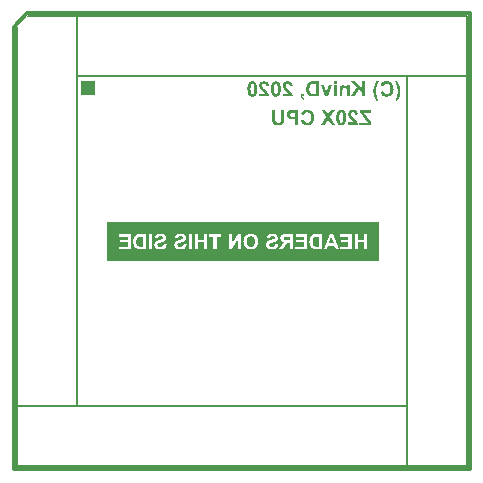
<source format=gbo>
G04 Layer_Color=7597287*
%FSLAX44Y44*%
%MOMM*%
G71*
G01*
G75*
%ADD16C,0.3500*%
%ADD22R,1.2500X1.2750*%
%ADD30C,0.1500*%
G36*
X115743Y135304D02*
X115557Y134823D01*
X115372Y134378D01*
X115206Y133953D01*
X115058Y133564D01*
X114928Y133193D01*
X114817Y132842D01*
X114706Y132527D01*
X114613Y132249D01*
X114539Y131990D01*
X114465Y131786D01*
X114428Y131601D01*
X114391Y131453D01*
X114354Y131360D01*
X114335Y131286D01*
Y131268D01*
X114187Y130564D01*
X114076Y129879D01*
X113984Y129212D01*
X113947Y128897D01*
X113928Y128601D01*
X113910Y128323D01*
X113891Y128083D01*
Y127861D01*
X113872Y127675D01*
Y127527D01*
Y127416D01*
Y127342D01*
Y127324D01*
Y126953D01*
X113891Y126583D01*
X113910Y126250D01*
X113928Y125935D01*
X113965Y125694D01*
X113984Y125491D01*
Y125416D01*
X114002Y125361D01*
Y125342D01*
Y125324D01*
X114113Y124602D01*
X114187Y124250D01*
X114243Y123935D01*
X114298Y123657D01*
X114354Y123454D01*
X114373Y123380D01*
Y123324D01*
X114391Y123287D01*
Y123268D01*
X114484Y122880D01*
X114576Y122528D01*
X114669Y122194D01*
X114743Y121917D01*
X114817Y121694D01*
X114872Y121528D01*
X114909Y121417D01*
X114928Y121398D01*
Y121380D01*
X115058Y121046D01*
X115206Y120658D01*
X115372Y120250D01*
X115539Y119861D01*
X115706Y119510D01*
X115761Y119361D01*
X115835Y119232D01*
X115872Y119121D01*
X115909Y119047D01*
X115946Y118991D01*
Y118973D01*
X114243D01*
X113965Y119398D01*
X113724Y119824D01*
X113502Y120250D01*
X113280Y120658D01*
X113095Y121065D01*
X112910Y121435D01*
X112761Y121806D01*
X112613Y122139D01*
X112484Y122454D01*
X112391Y122732D01*
X112299Y122972D01*
X112225Y123194D01*
X112169Y123361D01*
X112132Y123472D01*
X112095Y123565D01*
Y123583D01*
X111910Y124361D01*
X111762Y125083D01*
X111706Y125416D01*
X111669Y125750D01*
X111614Y126046D01*
X111595Y126324D01*
X111576Y126583D01*
X111558Y126824D01*
X111539Y127027D01*
X111521Y127194D01*
Y127324D01*
Y127435D01*
Y127490D01*
Y127509D01*
X111558Y128323D01*
X111632Y129083D01*
X111688Y129453D01*
X111762Y129823D01*
X111817Y130157D01*
X111891Y130453D01*
X111965Y130749D01*
X112021Y131008D01*
X112095Y131231D01*
X112150Y131416D01*
X112188Y131582D01*
X112225Y131693D01*
X112262Y131768D01*
Y131786D01*
X112558Y132564D01*
X112891Y133305D01*
X113058Y133656D01*
X113224Y133971D01*
X113391Y134286D01*
X113558Y134582D01*
X113706Y134841D01*
X113835Y135082D01*
X113965Y135286D01*
X114076Y135452D01*
X114169Y135601D01*
X114243Y135693D01*
X114280Y135767D01*
X114298Y135786D01*
X115965D01*
X115743Y135304D01*
D02*
G37*
G36*
X74893Y105166D02*
X79318Y98500D01*
X76207D01*
X73356Y102833D01*
X70523Y98500D01*
X67412D01*
X71819Y105166D01*
X67801Y111313D01*
X70819D01*
X73356Y107481D01*
X75892Y111313D01*
X78911D01*
X74893Y105166D01*
D02*
G37*
G36*
X94576Y111369D02*
X94872Y111350D01*
X95446Y111258D01*
X95927Y111110D01*
X96150Y111036D01*
X96353Y110943D01*
X96538Y110869D01*
X96687Y110777D01*
X96835Y110702D01*
X96946Y110647D01*
X97038Y110573D01*
X97094Y110536D01*
X97131Y110517D01*
X97149Y110499D01*
X97353Y110314D01*
X97538Y110128D01*
X97705Y109906D01*
X97853Y109665D01*
X98075Y109184D01*
X98260Y108721D01*
X98316Y108481D01*
X98372Y108277D01*
X98427Y108092D01*
X98446Y107925D01*
X98483Y107777D01*
Y107684D01*
X98501Y107610D01*
Y107592D01*
X96057Y107351D01*
X96020Y107721D01*
X95946Y108036D01*
X95872Y108314D01*
X95779Y108518D01*
X95705Y108684D01*
X95631Y108795D01*
X95576Y108869D01*
X95557Y108888D01*
X95372Y109036D01*
X95168Y109147D01*
X94965Y109240D01*
X94761Y109295D01*
X94594Y109332D01*
X94446Y109351D01*
X94316D01*
X94039Y109332D01*
X93798Y109277D01*
X93594Y109203D01*
X93409Y109129D01*
X93279Y109054D01*
X93168Y108980D01*
X93113Y108925D01*
X93094Y108906D01*
X92946Y108721D01*
X92835Y108518D01*
X92761Y108314D01*
X92705Y108110D01*
X92669Y107925D01*
X92650Y107758D01*
Y107666D01*
Y107647D01*
Y107629D01*
X92669Y107351D01*
X92724Y107092D01*
X92817Y106833D01*
X92909Y106610D01*
X93002Y106407D01*
X93094Y106258D01*
X93150Y106166D01*
X93168Y106129D01*
X93243Y106018D01*
X93354Y105888D01*
X93502Y105722D01*
X93650Y105573D01*
X93983Y105222D01*
X94316Y104870D01*
X94650Y104536D01*
X94798Y104388D01*
X94946Y104277D01*
X95057Y104166D01*
X95131Y104092D01*
X95187Y104037D01*
X95205Y104018D01*
X95576Y103666D01*
X95909Y103333D01*
X96224Y103018D01*
X96501Y102740D01*
X96761Y102463D01*
X96983Y102203D01*
X97186Y101981D01*
X97353Y101759D01*
X97501Y101574D01*
X97631Y101407D01*
X97742Y101278D01*
X97816Y101148D01*
X97890Y101074D01*
X97927Y101000D01*
X97964Y100963D01*
Y100944D01*
X98205Y100518D01*
X98390Y100074D01*
X98538Y99667D01*
X98649Y99296D01*
X98723Y98963D01*
X98742Y98833D01*
X98760Y98722D01*
X98779Y98630D01*
X98798Y98556D01*
Y98518D01*
Y98500D01*
X90187D01*
Y100778D01*
X95076D01*
X94928Y101018D01*
X94761Y101222D01*
X94687Y101314D01*
X94631Y101389D01*
X94594Y101426D01*
X94576Y101444D01*
X94502Y101518D01*
X94427Y101611D01*
X94205Y101814D01*
X93965Y102055D01*
X93724Y102296D01*
X93483Y102518D01*
X93279Y102703D01*
X93205Y102777D01*
X93150Y102833D01*
X93113Y102851D01*
X93094Y102870D01*
X92687Y103259D01*
X92354Y103574D01*
X92076Y103870D01*
X91854Y104092D01*
X91687Y104277D01*
X91576Y104407D01*
X91502Y104499D01*
X91483Y104518D01*
X91243Y104833D01*
X91039Y105129D01*
X90872Y105407D01*
X90743Y105647D01*
X90632Y105851D01*
X90558Y106018D01*
X90520Y106110D01*
X90502Y106147D01*
X90391Y106444D01*
X90317Y106740D01*
X90261Y107018D01*
X90224Y107277D01*
X90206Y107481D01*
X90187Y107647D01*
Y107758D01*
Y107795D01*
X90206Y108073D01*
X90243Y108351D01*
X90280Y108610D01*
X90354Y108851D01*
X90539Y109277D01*
X90724Y109647D01*
X90835Y109814D01*
X90928Y109943D01*
X91020Y110073D01*
X91113Y110166D01*
X91187Y110239D01*
X91224Y110314D01*
X91261Y110332D01*
X91280Y110351D01*
X91483Y110536D01*
X91724Y110702D01*
X91946Y110832D01*
X92206Y110943D01*
X92687Y111128D01*
X93168Y111258D01*
X93391Y111295D01*
X93594Y111332D01*
X93779Y111350D01*
X93946Y111369D01*
X94076Y111388D01*
X94261D01*
X94576Y111369D01*
D02*
G37*
G36*
X9457Y135619D02*
X9772Y135582D01*
X10087Y135508D01*
X10365Y135434D01*
X10624Y135323D01*
X10865Y135212D01*
X11068Y135101D01*
X11272Y134971D01*
X11439Y134841D01*
X11605Y134730D01*
X11735Y134619D01*
X11827Y134508D01*
X11920Y134434D01*
X11976Y134360D01*
X12013Y134323D01*
X12031Y134304D01*
X12253Y133990D01*
X12439Y133619D01*
X12605Y133230D01*
X12753Y132823D01*
X12865Y132397D01*
X12976Y131953D01*
X13050Y131527D01*
X13124Y131101D01*
X13161Y130694D01*
X13198Y130323D01*
X13235Y129972D01*
X13253Y129675D01*
X13272Y129434D01*
Y129249D01*
Y129175D01*
Y129120D01*
Y129101D01*
Y129083D01*
X13253Y128416D01*
X13216Y127805D01*
X13161Y127231D01*
X13087Y126713D01*
X13013Y126250D01*
X12920Y125824D01*
X12809Y125453D01*
X12698Y125120D01*
X12605Y124842D01*
X12494Y124583D01*
X12401Y124380D01*
X12309Y124213D01*
X12253Y124102D01*
X12198Y124009D01*
X12161Y123954D01*
X12142Y123935D01*
X11920Y123676D01*
X11679Y123472D01*
X11439Y123268D01*
X11179Y123120D01*
X10939Y122972D01*
X10680Y122861D01*
X10439Y122768D01*
X10198Y122694D01*
X9976Y122620D01*
X9772Y122583D01*
X9587Y122546D01*
X9439Y122528D01*
X9309D01*
X9198Y122509D01*
X9124D01*
X8791Y122528D01*
X8476Y122565D01*
X8161Y122639D01*
X7883Y122713D01*
X7624Y122806D01*
X7384Y122917D01*
X7180Y123046D01*
X6976Y123176D01*
X6809Y123287D01*
X6643Y123417D01*
X6513Y123528D01*
X6402Y123620D01*
X6328Y123694D01*
X6273Y123768D01*
X6235Y123805D01*
X6217Y123824D01*
X5995Y124139D01*
X5810Y124509D01*
X5624Y124898D01*
X5495Y125324D01*
X5365Y125750D01*
X5273Y126176D01*
X5180Y126620D01*
X5106Y127046D01*
X5069Y127453D01*
X5032Y127823D01*
X4995Y128175D01*
X4976Y128472D01*
X4958Y128712D01*
Y128897D01*
Y128972D01*
Y129027D01*
Y129046D01*
Y129064D01*
X4976Y129731D01*
X5013Y130342D01*
X5069Y130897D01*
X5162Y131416D01*
X5254Y131897D01*
X5347Y132323D01*
X5476Y132712D01*
X5587Y133045D01*
X5699Y133360D01*
X5810Y133601D01*
X5921Y133823D01*
X6013Y134008D01*
X6106Y134138D01*
X6162Y134230D01*
X6198Y134286D01*
X6217Y134304D01*
X6421Y134545D01*
X6643Y134749D01*
X6884Y134915D01*
X7124Y135082D01*
X7365Y135212D01*
X7606Y135304D01*
X7828Y135397D01*
X8069Y135471D01*
X8291Y135526D01*
X8476Y135563D01*
X8661Y135601D01*
X8809Y135619D01*
X8939Y135638D01*
X9124D01*
X9457Y135619D01*
D02*
G37*
G36*
X52657Y122750D02*
X51453D01*
X51472Y122491D01*
X51509Y122269D01*
X51564Y122065D01*
X51638Y121898D01*
X51694Y121769D01*
X51749Y121676D01*
X51786Y121621D01*
X51805Y121602D01*
X51934Y121454D01*
X52101Y121324D01*
X52268Y121195D01*
X52453Y121102D01*
X52601Y121028D01*
X52731Y120972D01*
X52823Y120935D01*
X52860Y120917D01*
X52379Y119898D01*
X52101Y120009D01*
X51842Y120139D01*
X51620Y120269D01*
X51434Y120398D01*
X51286Y120510D01*
X51175Y120602D01*
X51101Y120658D01*
X51083Y120676D01*
X50898Y120861D01*
X50749Y121046D01*
X50638Y121232D01*
X50527Y121417D01*
X50472Y121565D01*
X50416Y121676D01*
X50379Y121769D01*
Y121787D01*
X50324Y122028D01*
X50268Y122306D01*
X50231Y122583D01*
X50212Y122843D01*
X50194Y123083D01*
Y123287D01*
Y123361D01*
Y123417D01*
Y123435D01*
Y123454D01*
Y125213D01*
X52657D01*
Y122750D01*
D02*
G37*
G36*
X132148Y135156D02*
X132537Y134508D01*
X132852Y133897D01*
X133000Y133619D01*
X133130Y133342D01*
X133241Y133101D01*
X133352Y132860D01*
X133445Y132656D01*
X133519Y132490D01*
X133574Y132342D01*
X133611Y132249D01*
X133648Y132175D01*
Y132156D01*
X133796Y131730D01*
X133926Y131305D01*
X134148Y130471D01*
X134296Y129657D01*
X134352Y129286D01*
X134389Y128934D01*
X134426Y128601D01*
X134463Y128305D01*
X134481Y128027D01*
Y127805D01*
X134500Y127620D01*
Y127490D01*
Y127416D01*
Y127379D01*
X134463Y126620D01*
X134389Y125861D01*
X134278Y125157D01*
X134222Y124824D01*
X134148Y124509D01*
X134093Y124231D01*
X134037Y123972D01*
X133982Y123750D01*
X133926Y123546D01*
X133870Y123398D01*
X133852Y123268D01*
X133815Y123194D01*
Y123176D01*
X133519Y122380D01*
X133204Y121602D01*
X133019Y121250D01*
X132852Y120898D01*
X132685Y120565D01*
X132519Y120269D01*
X132371Y119991D01*
X132222Y119732D01*
X132093Y119510D01*
X131982Y119324D01*
X131889Y119176D01*
X131815Y119065D01*
X131778Y118991D01*
X131760Y118973D01*
X130075D01*
X130223Y119287D01*
X130352Y119565D01*
X130463Y119843D01*
X130575Y120084D01*
X130667Y120324D01*
X130760Y120528D01*
X130834Y120713D01*
X130908Y120898D01*
X130982Y121046D01*
X131019Y121176D01*
X131074Y121287D01*
X131111Y121380D01*
X131130Y121454D01*
X131149Y121509D01*
X131167Y121528D01*
Y121546D01*
X131334Y122046D01*
X131482Y122546D01*
X131593Y123028D01*
X131704Y123472D01*
X131741Y123657D01*
X131778Y123842D01*
X131815Y123991D01*
X131834Y124120D01*
X131871Y124231D01*
Y124305D01*
X131889Y124361D01*
Y124380D01*
X131982Y124935D01*
X132037Y125472D01*
X132093Y125972D01*
X132111Y126416D01*
X132130Y126620D01*
Y126787D01*
X132148Y126953D01*
Y127083D01*
Y127176D01*
Y127268D01*
Y127305D01*
Y127324D01*
X132130Y128101D01*
X132074Y128823D01*
X132037Y129175D01*
X132000Y129490D01*
X131963Y129805D01*
X131926Y130083D01*
X131889Y130342D01*
X131852Y130564D01*
X131815Y130768D01*
X131778Y130953D01*
X131741Y131082D01*
X131722Y131194D01*
X131704Y131249D01*
Y131268D01*
X131611Y131619D01*
X131500Y131990D01*
X131260Y132749D01*
X130982Y133508D01*
X130852Y133878D01*
X130704Y134230D01*
X130575Y134545D01*
X130463Y134841D01*
X130352Y135119D01*
X130241Y135341D01*
X130167Y135526D01*
X130112Y135675D01*
X130075Y135749D01*
X130056Y135786D01*
X131741D01*
X132148Y135156D01*
D02*
G37*
G36*
X48155Y98500D02*
X45562D01*
Y103333D01*
X43266D01*
X42988Y103351D01*
X42729D01*
X42488Y103370D01*
X42266Y103388D01*
X42063Y103407D01*
X41896Y103425D01*
X41729D01*
X41600Y103444D01*
X41470Y103462D01*
X41378Y103481D01*
X41303D01*
X41248Y103499D01*
X41211D01*
X40952Y103574D01*
X40711Y103666D01*
X40489Y103759D01*
X40285Y103870D01*
X40118Y103962D01*
X39989Y104037D01*
X39915Y104092D01*
X39878Y104110D01*
X39637Y104296D01*
X39433Y104499D01*
X39230Y104722D01*
X39081Y104907D01*
X38952Y105092D01*
X38859Y105240D01*
X38804Y105333D01*
X38785Y105370D01*
X38637Y105684D01*
X38526Y106018D01*
X38452Y106370D01*
X38396Y106684D01*
X38359Y106944D01*
Y107073D01*
X38341Y107166D01*
Y107258D01*
Y107314D01*
Y107351D01*
Y107369D01*
X38378Y107906D01*
X38452Y108406D01*
X38582Y108814D01*
X38711Y109184D01*
X38785Y109332D01*
X38859Y109462D01*
X38915Y109573D01*
X38989Y109684D01*
X39026Y109758D01*
X39063Y109814D01*
X39100Y109832D01*
Y109851D01*
X39396Y110184D01*
X39692Y110462D01*
X40007Y110684D01*
X40285Y110851D01*
X40544Y110962D01*
X40748Y111054D01*
X40822Y111073D01*
X40877Y111091D01*
X40915Y111110D01*
X40933D01*
X41081Y111147D01*
X41266Y111184D01*
X41489Y111202D01*
X41711Y111221D01*
X42229Y111258D01*
X42748Y111295D01*
X43229D01*
X43433Y111313D01*
X48155D01*
Y98500D01*
D02*
G37*
G36*
X84706Y111369D02*
X85021Y111332D01*
X85336Y111258D01*
X85614Y111184D01*
X85873Y111073D01*
X86114Y110962D01*
X86317Y110851D01*
X86521Y110721D01*
X86688Y110591D01*
X86854Y110480D01*
X86984Y110369D01*
X87077Y110258D01*
X87169Y110184D01*
X87225Y110110D01*
X87262Y110073D01*
X87280Y110054D01*
X87502Y109740D01*
X87688Y109369D01*
X87854Y108980D01*
X88002Y108573D01*
X88113Y108147D01*
X88224Y107703D01*
X88299Y107277D01*
X88373Y106851D01*
X88410Y106444D01*
X88447Y106073D01*
X88484Y105722D01*
X88502Y105425D01*
X88521Y105184D01*
Y104999D01*
Y104925D01*
Y104870D01*
Y104851D01*
Y104833D01*
X88502Y104166D01*
X88465Y103555D01*
X88410Y102981D01*
X88336Y102463D01*
X88261Y102000D01*
X88169Y101574D01*
X88058Y101203D01*
X87947Y100870D01*
X87854Y100592D01*
X87743Y100333D01*
X87650Y100129D01*
X87558Y99963D01*
X87502Y99852D01*
X87447Y99759D01*
X87410Y99704D01*
X87391Y99685D01*
X87169Y99426D01*
X86928Y99222D01*
X86688Y99018D01*
X86428Y98870D01*
X86188Y98722D01*
X85928Y98611D01*
X85688Y98518D01*
X85447Y98444D01*
X85225Y98370D01*
X85021Y98333D01*
X84836Y98296D01*
X84688Y98278D01*
X84558D01*
X84447Y98259D01*
X84373D01*
X84040Y98278D01*
X83725Y98315D01*
X83410Y98389D01*
X83132Y98463D01*
X82873Y98556D01*
X82633Y98667D01*
X82429Y98796D01*
X82225Y98926D01*
X82058Y99037D01*
X81892Y99167D01*
X81762Y99278D01*
X81651Y99370D01*
X81577Y99444D01*
X81522Y99518D01*
X81484Y99556D01*
X81466Y99574D01*
X81244Y99889D01*
X81059Y100259D01*
X80873Y100648D01*
X80744Y101074D01*
X80614Y101500D01*
X80522Y101926D01*
X80429Y102370D01*
X80355Y102796D01*
X80318Y103203D01*
X80281Y103574D01*
X80244Y103925D01*
X80225Y104222D01*
X80207Y104462D01*
Y104648D01*
Y104722D01*
Y104777D01*
Y104796D01*
Y104814D01*
X80225Y105481D01*
X80262Y106092D01*
X80318Y106647D01*
X80410Y107166D01*
X80503Y107647D01*
X80596Y108073D01*
X80725Y108462D01*
X80836Y108795D01*
X80948Y109110D01*
X81059Y109351D01*
X81170Y109573D01*
X81262Y109758D01*
X81355Y109888D01*
X81410Y109980D01*
X81447Y110036D01*
X81466Y110054D01*
X81670Y110295D01*
X81892Y110499D01*
X82133Y110665D01*
X82373Y110832D01*
X82614Y110962D01*
X82855Y111054D01*
X83077Y111147D01*
X83318Y111221D01*
X83540Y111277D01*
X83725Y111313D01*
X83910Y111350D01*
X84058Y111369D01*
X84188Y111388D01*
X84373D01*
X84706Y111369D01*
D02*
G37*
G36*
X116000Y-16741D02*
X-113701D01*
Y16554D01*
X116000D01*
Y-16741D01*
D02*
G37*
G36*
X56043Y111536D02*
X56524Y111480D01*
X56950Y111388D01*
X57376Y111277D01*
X57746Y111147D01*
X58116Y110999D01*
X58431Y110832D01*
X58727Y110665D01*
X59005Y110499D01*
X59227Y110332D01*
X59431Y110184D01*
X59598Y110054D01*
X59727Y109943D01*
X59820Y109851D01*
X59876Y109795D01*
X59894Y109777D01*
X60190Y109425D01*
X60431Y109054D01*
X60653Y108666D01*
X60838Y108258D01*
X61005Y107832D01*
X61135Y107425D01*
X61246Y107018D01*
X61338Y106629D01*
X61413Y106240D01*
X61449Y105907D01*
X61487Y105592D01*
X61523Y105333D01*
Y105110D01*
X61542Y104944D01*
Y104833D01*
Y104814D01*
Y104796D01*
X61523Y104240D01*
X61468Y103722D01*
X61394Y103222D01*
X61283Y102777D01*
X61172Y102352D01*
X61024Y101944D01*
X60876Y101592D01*
X60727Y101278D01*
X60579Y100981D01*
X60431Y100722D01*
X60283Y100518D01*
X60172Y100333D01*
X60061Y100204D01*
X59987Y100092D01*
X59931Y100037D01*
X59913Y100018D01*
X59598Y99704D01*
X59264Y99444D01*
X58913Y99204D01*
X58561Y99018D01*
X58209Y98852D01*
X57857Y98704D01*
X57524Y98593D01*
X57209Y98500D01*
X56894Y98426D01*
X56617Y98370D01*
X56357Y98333D01*
X56154Y98315D01*
X55969Y98296D01*
X55839Y98278D01*
X55728D01*
X55339Y98296D01*
X54987Y98315D01*
X54635Y98370D01*
X54321Y98444D01*
X54024Y98518D01*
X53747Y98593D01*
X53487Y98685D01*
X53247Y98796D01*
X53043Y98889D01*
X52858Y98981D01*
X52691Y99056D01*
X52561Y99130D01*
X52450Y99204D01*
X52376Y99259D01*
X52339Y99278D01*
X52321Y99296D01*
X52080Y99500D01*
X51858Y99722D01*
X51451Y100222D01*
X51117Y100740D01*
X50858Y101241D01*
X50747Y101481D01*
X50654Y101703D01*
X50580Y101907D01*
X50506Y102074D01*
X50451Y102222D01*
X50414Y102333D01*
X50395Y102407D01*
Y102425D01*
X52913Y103203D01*
X53061Y102703D01*
X53228Y102277D01*
X53395Y101926D01*
X53580Y101629D01*
X53728Y101407D01*
X53858Y101259D01*
X53950Y101166D01*
X53987Y101129D01*
X54284Y100907D01*
X54580Y100759D01*
X54876Y100648D01*
X55135Y100555D01*
X55376Y100518D01*
X55580Y100500D01*
X55654Y100481D01*
X55746D01*
X56006Y100500D01*
X56246Y100518D01*
X56691Y100648D01*
X57080Y100796D01*
X57394Y101000D01*
X57654Y101185D01*
X57839Y101333D01*
X57913Y101407D01*
X57968Y101463D01*
X57987Y101481D01*
X58005Y101500D01*
X58154Y101703D01*
X58283Y101944D01*
X58413Y102203D01*
X58505Y102481D01*
X58653Y103055D01*
X58765Y103629D01*
X58802Y103907D01*
X58820Y104148D01*
X58857Y104388D01*
Y104592D01*
X58876Y104740D01*
Y104870D01*
Y104962D01*
Y104981D01*
X58857Y105407D01*
X58839Y105795D01*
X58802Y106147D01*
X58746Y106481D01*
X58672Y106777D01*
X58598Y107055D01*
X58524Y107295D01*
X58431Y107518D01*
X58357Y107703D01*
X58283Y107869D01*
X58209Y107999D01*
X58135Y108110D01*
X58080Y108203D01*
X58042Y108258D01*
X58005Y108295D01*
Y108314D01*
X57839Y108499D01*
X57654Y108666D01*
X57468Y108795D01*
X57265Y108906D01*
X56876Y109092D01*
X56506Y109221D01*
X56191Y109295D01*
X56043Y109314D01*
X55932Y109332D01*
X55820Y109351D01*
X55691D01*
X55321Y109332D01*
X54987Y109258D01*
X54691Y109166D01*
X54432Y109054D01*
X54228Y108943D01*
X54080Y108851D01*
X53987Y108777D01*
X53950Y108758D01*
X53710Y108536D01*
X53487Y108277D01*
X53321Y108018D01*
X53191Y107758D01*
X53099Y107536D01*
X53043Y107369D01*
X53006Y107295D01*
Y107240D01*
X52987Y107221D01*
Y107203D01*
X50432Y107814D01*
X50617Y108351D01*
X50821Y108814D01*
X51043Y109221D01*
X51247Y109554D01*
X51451Y109814D01*
X51525Y109925D01*
X51599Y110017D01*
X51654Y110073D01*
X51710Y110128D01*
X51728Y110166D01*
X51747D01*
X52024Y110406D01*
X52339Y110628D01*
X52636Y110814D01*
X52950Y110962D01*
X53284Y111110D01*
X53598Y111221D01*
X53913Y111313D01*
X54209Y111388D01*
X54487Y111443D01*
X54746Y111480D01*
X54969Y111517D01*
X55172Y111536D01*
X55339Y111554D01*
X55561D01*
X56043Y111536D01*
D02*
G37*
G36*
X36248Y104462D02*
Y104073D01*
X36230Y103703D01*
Y103351D01*
X36211Y103037D01*
X36193Y102740D01*
X36174Y102481D01*
X36156Y102240D01*
X36119Y102018D01*
X36100Y101833D01*
X36082Y101666D01*
X36063Y101518D01*
X36045Y101407D01*
X36026Y101314D01*
Y101259D01*
X36008Y101222D01*
Y101203D01*
X35915Y100926D01*
X35823Y100666D01*
X35693Y100426D01*
X35582Y100222D01*
X35471Y100037D01*
X35378Y99889D01*
X35304Y99815D01*
X35285Y99778D01*
X35063Y99537D01*
X34823Y99315D01*
X34563Y99130D01*
X34323Y98963D01*
X34119Y98833D01*
X33934Y98741D01*
X33823Y98685D01*
X33804Y98667D01*
X33786D01*
X33600Y98593D01*
X33397Y98537D01*
X32934Y98426D01*
X32471Y98352D01*
X32027Y98315D01*
X31823Y98296D01*
X31619Y98278D01*
X31453D01*
X31286Y98259D01*
X30990D01*
X30453Y98278D01*
X29971Y98315D01*
X29545Y98389D01*
X29194Y98463D01*
X29045Y98482D01*
X28897Y98518D01*
X28786Y98556D01*
X28694Y98593D01*
X28620Y98611D01*
X28564Y98630D01*
X28545Y98648D01*
X28527D01*
X28194Y98796D01*
X27897Y98981D01*
X27638Y99148D01*
X27416Y99315D01*
X27249Y99463D01*
X27120Y99574D01*
X27046Y99648D01*
X27027Y99685D01*
X26823Y99944D01*
X26657Y100222D01*
X26527Y100481D01*
X26416Y100740D01*
X26342Y100963D01*
X26286Y101148D01*
X26268Y101203D01*
Y101259D01*
X26249Y101278D01*
Y101296D01*
X26212Y101500D01*
X26175Y101722D01*
X26138Y101963D01*
X26120Y102203D01*
X26083Y102759D01*
X26046Y103296D01*
Y103537D01*
Y103777D01*
X26027Y103999D01*
Y104185D01*
Y104333D01*
Y104462D01*
Y104536D01*
Y104555D01*
Y111313D01*
X28620D01*
Y104203D01*
Y103925D01*
Y103666D01*
X28638Y103425D01*
Y103203D01*
X28657Y103018D01*
Y102833D01*
X28675Y102666D01*
Y102518D01*
X28712Y102296D01*
X28731Y102129D01*
X28749Y102037D01*
Y102000D01*
X28805Y101759D01*
X28897Y101555D01*
X29008Y101370D01*
X29120Y101203D01*
X29231Y101074D01*
X29323Y100981D01*
X29397Y100926D01*
X29416Y100907D01*
X29638Y100759D01*
X29916Y100648D01*
X30175Y100574D01*
X30453Y100518D01*
X30693Y100481D01*
X30879Y100463D01*
X31064D01*
X31453Y100481D01*
X31786Y100537D01*
X32082Y100611D01*
X32341Y100703D01*
X32527Y100778D01*
X32675Y100852D01*
X32749Y100907D01*
X32786Y100926D01*
X32989Y101111D01*
X33156Y101333D01*
X33304Y101537D01*
X33397Y101740D01*
X33471Y101926D01*
X33526Y102074D01*
X33563Y102166D01*
Y102203D01*
X33582Y102314D01*
X33600Y102425D01*
Y102574D01*
X33619Y102740D01*
X33638Y103092D01*
Y103462D01*
X33656Y103796D01*
Y103944D01*
Y104092D01*
Y104203D01*
Y104277D01*
Y104333D01*
Y104351D01*
Y111313D01*
X36248D01*
Y104462D01*
D02*
G37*
G36*
X109222Y109147D02*
X103241D01*
X110000Y100833D01*
Y98500D01*
X99575D01*
Y100666D01*
X106871D01*
X99853Y109295D01*
Y111313D01*
X109222D01*
Y109147D01*
D02*
G37*
G36*
X29381Y135619D02*
X29696Y135582D01*
X30011Y135508D01*
X30289Y135434D01*
X30548Y135323D01*
X30789Y135212D01*
X30992Y135101D01*
X31196Y134971D01*
X31363Y134841D01*
X31529Y134730D01*
X31659Y134619D01*
X31751Y134508D01*
X31844Y134434D01*
X31899Y134360D01*
X31937Y134323D01*
X31955Y134304D01*
X32177Y133990D01*
X32362Y133619D01*
X32529Y133230D01*
X32677Y132823D01*
X32788Y132397D01*
X32899Y131953D01*
X32973Y131527D01*
X33048Y131101D01*
X33085Y130694D01*
X33122Y130323D01*
X33159Y129972D01*
X33177Y129675D01*
X33196Y129434D01*
Y129249D01*
Y129175D01*
Y129120D01*
Y129101D01*
Y129083D01*
X33177Y128416D01*
X33140Y127805D01*
X33085Y127231D01*
X33010Y126713D01*
X32936Y126250D01*
X32844Y125824D01*
X32733Y125453D01*
X32622Y125120D01*
X32529Y124842D01*
X32418Y124583D01*
X32325Y124380D01*
X32233Y124213D01*
X32177Y124102D01*
X32122Y124009D01*
X32085Y123954D01*
X32066Y123935D01*
X31844Y123676D01*
X31603Y123472D01*
X31363Y123268D01*
X31103Y123120D01*
X30863Y122972D01*
X30603Y122861D01*
X30363Y122768D01*
X30122Y122694D01*
X29900Y122620D01*
X29696Y122583D01*
X29511Y122546D01*
X29363Y122528D01*
X29233D01*
X29122Y122509D01*
X29048D01*
X28715Y122528D01*
X28400Y122565D01*
X28085Y122639D01*
X27807Y122713D01*
X27548Y122806D01*
X27307Y122917D01*
X27104Y123046D01*
X26900Y123176D01*
X26733Y123287D01*
X26567Y123417D01*
X26437Y123528D01*
X26326Y123620D01*
X26252Y123694D01*
X26196Y123768D01*
X26159Y123805D01*
X26141Y123824D01*
X25919Y124139D01*
X25733Y124509D01*
X25548Y124898D01*
X25419Y125324D01*
X25289Y125750D01*
X25196Y126176D01*
X25104Y126620D01*
X25030Y127046D01*
X24993Y127453D01*
X24956Y127823D01*
X24919Y128175D01*
X24900Y128472D01*
X24882Y128712D01*
Y128897D01*
Y128972D01*
Y129027D01*
Y129046D01*
Y129064D01*
X24900Y129731D01*
X24937Y130342D01*
X24993Y130897D01*
X25085Y131416D01*
X25178Y131897D01*
X25271Y132323D01*
X25400Y132712D01*
X25511Y133045D01*
X25622Y133360D01*
X25733Y133601D01*
X25845Y133823D01*
X25937Y134008D01*
X26030Y134138D01*
X26085Y134230D01*
X26122Y134286D01*
X26141Y134304D01*
X26344Y134545D01*
X26567Y134749D01*
X26807Y134915D01*
X27048Y135082D01*
X27289Y135212D01*
X27530Y135304D01*
X27752Y135397D01*
X27992Y135471D01*
X28215Y135526D01*
X28400Y135563D01*
X28585Y135601D01*
X28733Y135619D01*
X28863Y135638D01*
X29048D01*
X29381Y135619D01*
D02*
G37*
G36*
X72951Y122750D02*
X70729D01*
X67044Y132045D01*
X69562D01*
X71340Y127287D01*
X71451Y127009D01*
X71525Y126750D01*
X71562Y126657D01*
X71581Y126583D01*
X71599Y126527D01*
Y126509D01*
X71618Y126416D01*
X71655Y126305D01*
X71747Y126027D01*
X71784Y125916D01*
X71821Y125805D01*
X71840Y125731D01*
X71858Y125713D01*
X72358Y127287D01*
X74117Y132045D01*
X76691D01*
X72951Y122750D01*
D02*
G37*
G36*
X123131Y135786D02*
X123612Y135730D01*
X124038Y135638D01*
X124464Y135526D01*
X124834Y135397D01*
X125205Y135249D01*
X125520Y135082D01*
X125816Y134915D01*
X126094Y134749D01*
X126316Y134582D01*
X126519Y134434D01*
X126686Y134304D01*
X126816Y134193D01*
X126908Y134101D01*
X126964Y134045D01*
X126982Y134027D01*
X127278Y133675D01*
X127519Y133305D01*
X127741Y132916D01*
X127927Y132508D01*
X128093Y132082D01*
X128223Y131675D01*
X128334Y131268D01*
X128427Y130879D01*
X128501Y130490D01*
X128538Y130157D01*
X128575Y129842D01*
X128612Y129583D01*
Y129360D01*
X128630Y129194D01*
Y129083D01*
Y129064D01*
Y129046D01*
X128612Y128490D01*
X128556Y127972D01*
X128482Y127472D01*
X128371Y127027D01*
X128260Y126601D01*
X128112Y126194D01*
X127964Y125842D01*
X127816Y125527D01*
X127667Y125231D01*
X127519Y124972D01*
X127371Y124768D01*
X127260Y124583D01*
X127149Y124453D01*
X127075Y124342D01*
X127019Y124287D01*
X127001Y124268D01*
X126686Y123954D01*
X126353Y123694D01*
X126001Y123454D01*
X125649Y123268D01*
X125297Y123102D01*
X124945Y122954D01*
X124612Y122843D01*
X124297Y122750D01*
X123983Y122676D01*
X123705Y122620D01*
X123446Y122583D01*
X123242Y122565D01*
X123057Y122546D01*
X122927Y122528D01*
X122816D01*
X122427Y122546D01*
X122075Y122565D01*
X121724Y122620D01*
X121409Y122694D01*
X121112Y122768D01*
X120835Y122843D01*
X120576Y122935D01*
X120335Y123046D01*
X120131Y123139D01*
X119946Y123231D01*
X119779Y123306D01*
X119650Y123380D01*
X119539Y123454D01*
X119465Y123509D01*
X119427Y123528D01*
X119409Y123546D01*
X119168Y123750D01*
X118946Y123972D01*
X118539Y124472D01*
X118205Y124991D01*
X117946Y125491D01*
X117835Y125731D01*
X117743Y125953D01*
X117668Y126157D01*
X117594Y126324D01*
X117539Y126472D01*
X117502Y126583D01*
X117483Y126657D01*
Y126676D01*
X120001Y127453D01*
X120150Y126953D01*
X120316Y126527D01*
X120483Y126176D01*
X120668Y125879D01*
X120816Y125657D01*
X120946Y125509D01*
X121038Y125416D01*
X121075Y125379D01*
X121372Y125157D01*
X121668Y125009D01*
X121964Y124898D01*
X122224Y124805D01*
X122464Y124768D01*
X122668Y124750D01*
X122742Y124731D01*
X122835D01*
X123094Y124750D01*
X123335Y124768D01*
X123779Y124898D01*
X124168Y125046D01*
X124482Y125250D01*
X124742Y125435D01*
X124927Y125583D01*
X125001Y125657D01*
X125056Y125713D01*
X125075Y125731D01*
X125094Y125750D01*
X125242Y125953D01*
X125371Y126194D01*
X125501Y126453D01*
X125594Y126731D01*
X125742Y127305D01*
X125853Y127879D01*
X125890Y128157D01*
X125908Y128398D01*
X125945Y128638D01*
Y128842D01*
X125964Y128990D01*
Y129120D01*
Y129212D01*
Y129231D01*
X125945Y129657D01*
X125927Y130045D01*
X125890Y130397D01*
X125834Y130731D01*
X125760Y131027D01*
X125686Y131305D01*
X125612Y131545D01*
X125520Y131768D01*
X125445Y131953D01*
X125371Y132119D01*
X125297Y132249D01*
X125223Y132360D01*
X125168Y132453D01*
X125131Y132508D01*
X125094Y132545D01*
Y132564D01*
X124927Y132749D01*
X124742Y132916D01*
X124557Y133045D01*
X124353Y133156D01*
X123964Y133342D01*
X123594Y133471D01*
X123279Y133545D01*
X123131Y133564D01*
X123020Y133582D01*
X122909Y133601D01*
X122779D01*
X122409Y133582D01*
X122075Y133508D01*
X121779Y133416D01*
X121520Y133305D01*
X121316Y133193D01*
X121168Y133101D01*
X121075Y133027D01*
X121038Y133008D01*
X120798Y132786D01*
X120576Y132527D01*
X120409Y132268D01*
X120279Y132008D01*
X120187Y131786D01*
X120131Y131619D01*
X120094Y131545D01*
Y131490D01*
X120076Y131471D01*
Y131453D01*
X117520Y132064D01*
X117705Y132601D01*
X117909Y133064D01*
X118131Y133471D01*
X118335Y133804D01*
X118539Y134064D01*
X118613Y134175D01*
X118687Y134267D01*
X118742Y134323D01*
X118798Y134378D01*
X118816Y134416D01*
X118835D01*
X119113Y134656D01*
X119427Y134878D01*
X119724Y135063D01*
X120038Y135212D01*
X120372Y135360D01*
X120687Y135471D01*
X121001Y135563D01*
X121298Y135638D01*
X121575Y135693D01*
X121835Y135730D01*
X122057Y135767D01*
X122261Y135786D01*
X122427Y135804D01*
X122649D01*
X123131Y135786D01*
D02*
G37*
G36*
X104299Y122750D02*
X101707D01*
Y126620D01*
X99615Y128768D01*
X96078Y122750D01*
X92727D01*
X97819Y130564D01*
X92967Y135563D01*
X96448D01*
X101707Y129860D01*
Y135563D01*
X104299D01*
Y122750D01*
D02*
G37*
G36*
X39251Y135619D02*
X39547Y135601D01*
X40121Y135508D01*
X40602Y135360D01*
X40824Y135286D01*
X41028Y135193D01*
X41213Y135119D01*
X41361Y135027D01*
X41510Y134952D01*
X41621Y134897D01*
X41713Y134823D01*
X41769Y134786D01*
X41806Y134767D01*
X41824Y134749D01*
X42028Y134564D01*
X42213Y134378D01*
X42380Y134156D01*
X42528Y133916D01*
X42750Y133434D01*
X42935Y132971D01*
X42991Y132730D01*
X43046Y132527D01*
X43102Y132342D01*
X43121Y132175D01*
X43158Y132027D01*
Y131934D01*
X43176Y131860D01*
Y131842D01*
X40732Y131601D01*
X40695Y131971D01*
X40621Y132286D01*
X40547Y132564D01*
X40454Y132767D01*
X40380Y132934D01*
X40306Y133045D01*
X40251Y133119D01*
X40232Y133138D01*
X40047Y133286D01*
X39843Y133397D01*
X39639Y133490D01*
X39436Y133545D01*
X39269Y133582D01*
X39121Y133601D01*
X38991D01*
X38714Y133582D01*
X38473Y133527D01*
X38269Y133453D01*
X38084Y133378D01*
X37954Y133305D01*
X37843Y133230D01*
X37788Y133175D01*
X37769Y133156D01*
X37621Y132971D01*
X37510Y132767D01*
X37436Y132564D01*
X37380Y132360D01*
X37343Y132175D01*
X37325Y132008D01*
Y131916D01*
Y131897D01*
Y131879D01*
X37343Y131601D01*
X37399Y131342D01*
X37492Y131082D01*
X37584Y130860D01*
X37677Y130657D01*
X37769Y130508D01*
X37825Y130416D01*
X37843Y130379D01*
X37917Y130268D01*
X38029Y130138D01*
X38177Y129972D01*
X38325Y129823D01*
X38658Y129472D01*
X38991Y129120D01*
X39325Y128786D01*
X39473Y128638D01*
X39621Y128527D01*
X39732Y128416D01*
X39806Y128342D01*
X39862Y128287D01*
X39880Y128268D01*
X40251Y127916D01*
X40584Y127583D01*
X40899Y127268D01*
X41176Y126990D01*
X41436Y126713D01*
X41658Y126453D01*
X41862Y126231D01*
X42028Y126009D01*
X42176Y125824D01*
X42306Y125657D01*
X42417Y125527D01*
X42491Y125398D01*
X42565Y125324D01*
X42602Y125250D01*
X42639Y125213D01*
Y125194D01*
X42880Y124768D01*
X43065Y124324D01*
X43213Y123917D01*
X43324Y123546D01*
X43398Y123213D01*
X43417Y123083D01*
X43435Y122972D01*
X43454Y122880D01*
X43472Y122806D01*
Y122768D01*
Y122750D01*
X34862D01*
Y125028D01*
X39751D01*
X39602Y125268D01*
X39436Y125472D01*
X39362Y125564D01*
X39306Y125639D01*
X39269Y125676D01*
X39251Y125694D01*
X39177Y125768D01*
X39102Y125861D01*
X38880Y126065D01*
X38640Y126305D01*
X38399Y126546D01*
X38158Y126768D01*
X37954Y126953D01*
X37880Y127027D01*
X37825Y127083D01*
X37788Y127101D01*
X37769Y127120D01*
X37362Y127509D01*
X37029Y127823D01*
X36751Y128120D01*
X36529Y128342D01*
X36362Y128527D01*
X36251Y128657D01*
X36177Y128749D01*
X36158Y128768D01*
X35918Y129083D01*
X35714Y129379D01*
X35547Y129657D01*
X35418Y129897D01*
X35307Y130101D01*
X35233Y130268D01*
X35196Y130360D01*
X35177Y130397D01*
X35066Y130694D01*
X34992Y130990D01*
X34936Y131268D01*
X34899Y131527D01*
X34881Y131730D01*
X34862Y131897D01*
Y132008D01*
Y132045D01*
X34881Y132323D01*
X34918Y132601D01*
X34955Y132860D01*
X35029Y133101D01*
X35214Y133527D01*
X35399Y133897D01*
X35510Y134064D01*
X35603Y134193D01*
X35695Y134323D01*
X35788Y134416D01*
X35862Y134489D01*
X35899Y134564D01*
X35936Y134582D01*
X35955Y134601D01*
X36158Y134786D01*
X36399Y134952D01*
X36621Y135082D01*
X36881Y135193D01*
X37362Y135378D01*
X37843Y135508D01*
X38066Y135545D01*
X38269Y135582D01*
X38454Y135601D01*
X38621Y135619D01*
X38751Y135638D01*
X38936D01*
X39251Y135619D01*
D02*
G37*
G36*
X19327D02*
X19623Y135601D01*
X20197Y135508D01*
X20679Y135360D01*
X20901Y135286D01*
X21104Y135193D01*
X21290Y135119D01*
X21438Y135027D01*
X21586Y134952D01*
X21697Y134897D01*
X21790Y134823D01*
X21845Y134786D01*
X21882Y134767D01*
X21901Y134749D01*
X22104Y134564D01*
X22289Y134378D01*
X22456Y134156D01*
X22604Y133916D01*
X22826Y133434D01*
X23012Y132971D01*
X23067Y132730D01*
X23123Y132527D01*
X23178Y132342D01*
X23197Y132175D01*
X23234Y132027D01*
Y131934D01*
X23252Y131860D01*
Y131842D01*
X20808Y131601D01*
X20771Y131971D01*
X20697Y132286D01*
X20623Y132564D01*
X20530Y132767D01*
X20456Y132934D01*
X20382Y133045D01*
X20327Y133119D01*
X20308Y133138D01*
X20123Y133286D01*
X19919Y133397D01*
X19716Y133490D01*
X19512Y133545D01*
X19345Y133582D01*
X19197Y133601D01*
X19067D01*
X18790Y133582D01*
X18549Y133527D01*
X18345Y133453D01*
X18160Y133378D01*
X18031Y133305D01*
X17919Y133230D01*
X17864Y133175D01*
X17845Y133156D01*
X17697Y132971D01*
X17586Y132767D01*
X17512Y132564D01*
X17457Y132360D01*
X17420Y132175D01*
X17401Y132008D01*
Y131916D01*
Y131897D01*
Y131879D01*
X17420Y131601D01*
X17475Y131342D01*
X17568Y131082D01*
X17660Y130860D01*
X17753Y130657D01*
X17845Y130508D01*
X17901Y130416D01*
X17919Y130379D01*
X17994Y130268D01*
X18105Y130138D01*
X18253Y129972D01*
X18401Y129823D01*
X18734Y129472D01*
X19067Y129120D01*
X19401Y128786D01*
X19549Y128638D01*
X19697Y128527D01*
X19808Y128416D01*
X19882Y128342D01*
X19938Y128287D01*
X19956Y128268D01*
X20327Y127916D01*
X20660Y127583D01*
X20975Y127268D01*
X21253Y126990D01*
X21512Y126713D01*
X21734Y126453D01*
X21938Y126231D01*
X22104Y126009D01*
X22252Y125824D01*
X22382Y125657D01*
X22493Y125527D01*
X22567Y125398D01*
X22641Y125324D01*
X22678Y125250D01*
X22715Y125213D01*
Y125194D01*
X22956Y124768D01*
X23141Y124324D01*
X23289Y123917D01*
X23400Y123546D01*
X23475Y123213D01*
X23493Y123083D01*
X23512Y122972D01*
X23530Y122880D01*
X23549Y122806D01*
Y122768D01*
Y122750D01*
X14938D01*
Y125028D01*
X19827D01*
X19679Y125268D01*
X19512Y125472D01*
X19438Y125564D01*
X19382Y125639D01*
X19345Y125676D01*
X19327Y125694D01*
X19253Y125768D01*
X19179Y125861D01*
X18956Y126065D01*
X18716Y126305D01*
X18475Y126546D01*
X18234Y126768D01*
X18031Y126953D01*
X17957Y127027D01*
X17901Y127083D01*
X17864Y127101D01*
X17845Y127120D01*
X17438Y127509D01*
X17105Y127823D01*
X16827Y128120D01*
X16605Y128342D01*
X16438Y128527D01*
X16327Y128657D01*
X16253Y128749D01*
X16235Y128768D01*
X15994Y129083D01*
X15790Y129379D01*
X15623Y129657D01*
X15494Y129897D01*
X15383Y130101D01*
X15309Y130268D01*
X15272Y130360D01*
X15253Y130397D01*
X15142Y130694D01*
X15068Y130990D01*
X15012Y131268D01*
X14975Y131527D01*
X14957Y131730D01*
X14938Y131897D01*
Y132008D01*
Y132045D01*
X14957Y132323D01*
X14994Y132601D01*
X15031Y132860D01*
X15105Y133101D01*
X15290Y133527D01*
X15475Y133897D01*
X15586Y134064D01*
X15679Y134193D01*
X15772Y134323D01*
X15864Y134416D01*
X15938Y134489D01*
X15975Y134564D01*
X16012Y134582D01*
X16031Y134601D01*
X16235Y134786D01*
X16475Y134952D01*
X16697Y135082D01*
X16957Y135193D01*
X17438Y135378D01*
X17919Y135508D01*
X18142Y135545D01*
X18345Y135582D01*
X18530Y135601D01*
X18697Y135619D01*
X18827Y135638D01*
X19012D01*
X19327Y135619D01*
D02*
G37*
G36*
X80469Y133286D02*
X78006D01*
Y135563D01*
X80469D01*
Y133286D01*
D02*
G37*
G36*
Y122750D02*
X78006D01*
Y132045D01*
X80469D01*
Y122750D01*
D02*
G37*
G36*
X86431Y132231D02*
X86764Y132175D01*
X87060Y132101D01*
X87357Y132008D01*
X87634Y131879D01*
X87875Y131749D01*
X88116Y131601D01*
X88320Y131471D01*
X88505Y131323D01*
X88671Y131175D01*
X88820Y131045D01*
X88931Y130916D01*
X89023Y130823D01*
X89097Y130749D01*
X89134Y130694D01*
X89153Y130675D01*
Y132045D01*
X91430D01*
Y122750D01*
X88968D01*
Y126935D01*
Y127212D01*
Y127472D01*
X88949Y127712D01*
X88931Y127916D01*
Y128120D01*
X88912Y128287D01*
X88894Y128453D01*
X88875Y128583D01*
X88838Y128805D01*
X88820Y128953D01*
X88783Y129046D01*
Y129064D01*
X88708Y129268D01*
X88597Y129472D01*
X88486Y129620D01*
X88375Y129768D01*
X88264Y129860D01*
X88172Y129953D01*
X88116Y129990D01*
X88097Y130008D01*
X87894Y130120D01*
X87690Y130212D01*
X87505Y130268D01*
X87320Y130323D01*
X87172Y130342D01*
X87060Y130360D01*
X86949D01*
X86764Y130342D01*
X86598Y130323D01*
X86468Y130286D01*
X86338Y130231D01*
X86227Y130175D01*
X86153Y130138D01*
X86116Y130120D01*
X86098Y130101D01*
X85968Y130008D01*
X85875Y129897D01*
X85709Y129675D01*
X85653Y129564D01*
X85616Y129490D01*
X85579Y129434D01*
Y129416D01*
X85542Y129323D01*
X85524Y129212D01*
X85487Y128934D01*
X85449Y128601D01*
X85431Y128287D01*
X85413Y127972D01*
Y127842D01*
Y127712D01*
Y127620D01*
Y127546D01*
Y127490D01*
Y127472D01*
Y122750D01*
X82950D01*
Y128509D01*
Y128897D01*
X82968Y129212D01*
X82987Y129509D01*
X83024Y129731D01*
X83042Y129916D01*
X83079Y130045D01*
X83098Y130138D01*
Y130157D01*
X83153Y130379D01*
X83228Y130564D01*
X83302Y130749D01*
X83394Y130897D01*
X83468Y131027D01*
X83524Y131119D01*
X83561Y131175D01*
X83579Y131194D01*
X83728Y131360D01*
X83894Y131508D01*
X84061Y131638D01*
X84227Y131749D01*
X84376Y131842D01*
X84505Y131897D01*
X84579Y131934D01*
X84616Y131953D01*
X84875Y132045D01*
X85135Y132119D01*
X85375Y132175D01*
X85598Y132212D01*
X85801Y132231D01*
X85968Y132249D01*
X86098D01*
X86431Y132231D01*
D02*
G37*
G36*
X65489Y122750D02*
X60637D01*
X60137Y122768D01*
X59674Y122787D01*
X59286Y122824D01*
X58971Y122880D01*
X58712Y122935D01*
X58508Y122972D01*
X58452Y122991D01*
X58397D01*
X58378Y123009D01*
X58360D01*
X57952Y123157D01*
X57582Y123324D01*
X57286Y123491D01*
X57027Y123657D01*
X56823Y123805D01*
X56675Y123917D01*
X56582Y123991D01*
X56545Y124028D01*
X56230Y124380D01*
X55953Y124750D01*
X55712Y125139D01*
X55527Y125491D01*
X55379Y125824D01*
X55304Y125953D01*
X55268Y126065D01*
X55230Y126176D01*
X55193Y126250D01*
X55175Y126287D01*
Y126305D01*
X55045Y126750D01*
X54934Y127212D01*
X54860Y127657D01*
X54823Y128083D01*
X54805Y128287D01*
X54786Y128472D01*
Y128620D01*
X54767Y128768D01*
Y128879D01*
Y128953D01*
Y129009D01*
Y129027D01*
X54786Y129675D01*
X54842Y130249D01*
X54860Y130527D01*
X54897Y130768D01*
X54934Y131008D01*
X54971Y131212D01*
X55027Y131397D01*
X55064Y131564D01*
X55101Y131712D01*
X55119Y131823D01*
X55156Y131916D01*
X55175Y131990D01*
X55193Y132027D01*
Y132045D01*
X55360Y132490D01*
X55564Y132897D01*
X55767Y133249D01*
X55971Y133545D01*
X56138Y133786D01*
X56286Y133971D01*
X56378Y134082D01*
X56397Y134119D01*
X56416D01*
X56730Y134416D01*
X57045Y134656D01*
X57378Y134860D01*
X57675Y135027D01*
X57934Y135156D01*
X58156Y135249D01*
X58230Y135267D01*
X58286Y135286D01*
X58323Y135304D01*
X58341D01*
X58693Y135397D01*
X59082Y135452D01*
X59489Y135508D01*
X59878Y135526D01*
X60230Y135545D01*
X60378Y135563D01*
X65489D01*
Y122750D01*
D02*
G37*
%LPC*%
G36*
X9198Y133601D02*
X9124D01*
X8957Y133582D01*
X8809Y133564D01*
X8680Y133508D01*
X8569Y133453D01*
X8476Y133397D01*
X8402Y133360D01*
X8365Y133323D01*
X8346Y133305D01*
X8235Y133175D01*
X8124Y133008D01*
X8032Y132823D01*
X7939Y132638D01*
X7883Y132453D01*
X7828Y132305D01*
X7809Y132212D01*
X7791Y132193D01*
Y132175D01*
X7754Y132008D01*
X7717Y131805D01*
X7680Y131564D01*
X7643Y131323D01*
X7606Y130823D01*
X7587Y130305D01*
X7569Y130064D01*
Y129823D01*
X7550Y129620D01*
Y129434D01*
Y129286D01*
Y129157D01*
Y129083D01*
Y129064D01*
Y128657D01*
X7569Y128268D01*
Y127916D01*
X7587Y127601D01*
X7606Y127305D01*
X7624Y127046D01*
X7661Y126805D01*
X7680Y126601D01*
X7698Y126416D01*
X7735Y126268D01*
X7754Y126138D01*
X7772Y126027D01*
X7791Y125953D01*
Y125879D01*
X7809Y125861D01*
Y125842D01*
X7883Y125583D01*
X7976Y125379D01*
X8069Y125194D01*
X8143Y125065D01*
X8217Y124953D01*
X8291Y124879D01*
X8328Y124842D01*
X8346Y124824D01*
X8476Y124731D01*
X8606Y124657D01*
X8735Y124620D01*
X8865Y124583D01*
X8957Y124565D01*
X9050Y124546D01*
X9124D01*
X9291Y124565D01*
X9439Y124583D01*
X9568Y124639D01*
X9680Y124694D01*
X9772Y124731D01*
X9846Y124787D01*
X9883Y124805D01*
X9902Y124824D01*
X10013Y124953D01*
X10124Y125120D01*
X10217Y125305D01*
X10309Y125491D01*
X10365Y125657D01*
X10420Y125805D01*
X10439Y125898D01*
X10457Y125935D01*
X10494Y126120D01*
X10531Y126324D01*
X10568Y126546D01*
X10587Y126787D01*
X10624Y127305D01*
X10642Y127823D01*
X10661Y128064D01*
Y128305D01*
X10680Y128509D01*
Y128694D01*
Y128842D01*
Y128972D01*
Y129046D01*
Y129064D01*
Y129472D01*
X10661Y129860D01*
Y130194D01*
X10642Y130527D01*
X10624Y130805D01*
X10605Y131082D01*
X10587Y131305D01*
X10550Y131527D01*
X10531Y131712D01*
X10513Y131860D01*
X10494Y131990D01*
X10476Y132101D01*
X10457Y132175D01*
Y132249D01*
X10439Y132268D01*
Y132286D01*
X10365Y132545D01*
X10272Y132767D01*
X10198Y132934D01*
X10106Y133082D01*
X10031Y133175D01*
X9976Y133249D01*
X9939Y133286D01*
X9920Y133305D01*
X9791Y133397D01*
X9643Y133471D01*
X9513Y133527D01*
X9383Y133564D01*
X9291Y133582D01*
X9198Y133601D01*
D02*
G37*
G36*
X45562Y109147D02*
X43636D01*
X43451Y109129D01*
X43285D01*
X43118Y109110D01*
X42877D01*
X42692Y109092D01*
X42563Y109073D01*
X42488Y109054D01*
X42470D01*
X42248Y108999D01*
X42044Y108925D01*
X41859Y108832D01*
X41711Y108721D01*
X41600Y108629D01*
X41507Y108554D01*
X41452Y108499D01*
X41433Y108481D01*
X41285Y108295D01*
X41192Y108110D01*
X41118Y107906D01*
X41063Y107721D01*
X41026Y107555D01*
X41007Y107425D01*
Y107351D01*
Y107314D01*
X41026Y107110D01*
X41044Y106925D01*
X41100Y106758D01*
X41155Y106610D01*
X41211Y106481D01*
X41248Y106388D01*
X41285Y106333D01*
X41303Y106314D01*
X41414Y106166D01*
X41563Y106036D01*
X41692Y105925D01*
X41822Y105833D01*
X41933Y105777D01*
X42026Y105722D01*
X42100Y105703D01*
X42118Y105684D01*
X42229Y105647D01*
X42359Y105629D01*
X42655Y105573D01*
X42988Y105536D01*
X43322Y105518D01*
X43655D01*
X43785Y105499D01*
X45562D01*
Y109147D01*
D02*
G37*
G36*
X84447Y109351D02*
X84373D01*
X84206Y109332D01*
X84058Y109314D01*
X83929Y109258D01*
X83818Y109203D01*
X83725Y109147D01*
X83651Y109110D01*
X83614Y109073D01*
X83595Y109054D01*
X83484Y108925D01*
X83373Y108758D01*
X83281Y108573D01*
X83188Y108388D01*
X83132Y108203D01*
X83077Y108055D01*
X83058Y107962D01*
X83040Y107943D01*
Y107925D01*
X83003Y107758D01*
X82966Y107555D01*
X82929Y107314D01*
X82892Y107073D01*
X82855Y106573D01*
X82836Y106055D01*
X82818Y105814D01*
Y105573D01*
X82799Y105370D01*
Y105184D01*
Y105036D01*
Y104907D01*
Y104833D01*
Y104814D01*
Y104407D01*
X82818Y104018D01*
Y103666D01*
X82836Y103351D01*
X82855Y103055D01*
X82873Y102796D01*
X82910Y102555D01*
X82929Y102352D01*
X82947Y102166D01*
X82984Y102018D01*
X83003Y101889D01*
X83021Y101777D01*
X83040Y101703D01*
Y101629D01*
X83058Y101611D01*
Y101592D01*
X83132Y101333D01*
X83225Y101129D01*
X83318Y100944D01*
X83392Y100815D01*
X83466Y100703D01*
X83540Y100629D01*
X83577Y100592D01*
X83595Y100574D01*
X83725Y100481D01*
X83855Y100407D01*
X83984Y100370D01*
X84114Y100333D01*
X84206Y100315D01*
X84299Y100296D01*
X84373D01*
X84540Y100315D01*
X84688Y100333D01*
X84817Y100389D01*
X84929Y100444D01*
X85021Y100481D01*
X85095Y100537D01*
X85132Y100555D01*
X85151Y100574D01*
X85262Y100703D01*
X85373Y100870D01*
X85465Y101055D01*
X85558Y101241D01*
X85614Y101407D01*
X85669Y101555D01*
X85688Y101648D01*
X85706Y101685D01*
X85743Y101870D01*
X85780Y102074D01*
X85817Y102296D01*
X85836Y102537D01*
X85873Y103055D01*
X85891Y103574D01*
X85910Y103814D01*
Y104055D01*
X85928Y104259D01*
Y104444D01*
Y104592D01*
Y104722D01*
Y104796D01*
Y104814D01*
Y105222D01*
X85910Y105610D01*
Y105944D01*
X85891Y106277D01*
X85873Y106555D01*
X85854Y106833D01*
X85836Y107055D01*
X85799Y107277D01*
X85780Y107462D01*
X85762Y107610D01*
X85743Y107740D01*
X85725Y107851D01*
X85706Y107925D01*
Y107999D01*
X85688Y108018D01*
Y108036D01*
X85614Y108295D01*
X85521Y108518D01*
X85447Y108684D01*
X85354Y108832D01*
X85280Y108925D01*
X85225Y108999D01*
X85188Y109036D01*
X85169Y109054D01*
X85040Y109147D01*
X84892Y109221D01*
X84762Y109277D01*
X84632Y109314D01*
X84540Y109332D01*
X84447Y109351D01*
D02*
G37*
G36*
X-42114Y6313D02*
X-44707D01*
Y-6500D01*
X-42114D01*
Y6313D01*
D02*
G37*
G36*
X-17432D02*
X-27597D01*
Y4147D01*
X-23820D01*
Y-6500D01*
X-21228D01*
Y4147D01*
X-17432D01*
Y6313D01*
D02*
G37*
G36*
X68208D02*
X63097D01*
X62949Y6295D01*
X62597Y6276D01*
X62208Y6258D01*
X61801Y6202D01*
X61412Y6147D01*
X61060Y6054D01*
X61042D01*
X61005Y6036D01*
X60949Y6017D01*
X60875Y5999D01*
X60653Y5906D01*
X60394Y5777D01*
X60097Y5610D01*
X59764Y5406D01*
X59449Y5165D01*
X59134Y4869D01*
X59116D01*
X59097Y4832D01*
X59005Y4721D01*
X58857Y4536D01*
X58690Y4295D01*
X58486Y3999D01*
X58283Y3647D01*
X58079Y3240D01*
X57912Y2795D01*
Y2777D01*
X57894Y2740D01*
X57875Y2666D01*
X57838Y2573D01*
X57820Y2462D01*
X57783Y2314D01*
X57746Y2147D01*
X57690Y1962D01*
X57653Y1758D01*
X57616Y1518D01*
X57579Y1277D01*
X57561Y999D01*
X57505Y425D01*
X57487Y-223D01*
Y-241D01*
Y-297D01*
Y-371D01*
Y-482D01*
X57505Y-630D01*
Y-778D01*
X57523Y-963D01*
X57542Y-1167D01*
X57579Y-1593D01*
X57653Y-2037D01*
X57764Y-2500D01*
X57894Y-2945D01*
Y-2963D01*
X57912Y-3000D01*
X57949Y-3074D01*
X57986Y-3185D01*
X58024Y-3297D01*
X58098Y-3426D01*
X58246Y-3760D01*
X58431Y-4111D01*
X58672Y-4500D01*
X58949Y-4871D01*
X59264Y-5222D01*
X59301Y-5259D01*
X59394Y-5333D01*
X59542Y-5445D01*
X59745Y-5593D01*
X60005Y-5759D01*
X60301Y-5926D01*
X60671Y-6093D01*
X61079Y-6241D01*
X61097D01*
X61116Y-6259D01*
X61171D01*
X61227Y-6278D01*
X61431Y-6315D01*
X61690Y-6370D01*
X62004Y-6426D01*
X62393Y-6463D01*
X62856Y-6482D01*
X63356Y-6500D01*
X68208D01*
Y6313D01*
D02*
G37*
G36*
X77484D02*
X74744D01*
X69596Y-6500D01*
X72392D01*
X73503Y-3593D01*
X78651D01*
X79706Y-6500D01*
X82447D01*
X77484Y6313D01*
D02*
G37*
G36*
X43340D02*
X37563D01*
X37396Y6295D01*
X37192D01*
X36989Y6276D01*
X36748D01*
X36267Y6221D01*
X35766Y6165D01*
X35304Y6073D01*
X35100Y6017D01*
X34915Y5962D01*
X34896D01*
X34878Y5943D01*
X34767Y5888D01*
X34600Y5795D01*
X34378Y5684D01*
X34137Y5499D01*
X33896Y5295D01*
X33656Y5036D01*
X33433Y4721D01*
Y4703D01*
X33415Y4684D01*
X33378Y4629D01*
X33341Y4573D01*
X33248Y4388D01*
X33137Y4147D01*
X33045Y3851D01*
X32952Y3517D01*
X32878Y3129D01*
X32859Y2721D01*
Y2703D01*
Y2666D01*
Y2573D01*
X32878Y2481D01*
Y2351D01*
X32896Y2221D01*
X32970Y1888D01*
X33063Y1499D01*
X33211Y1110D01*
X33433Y703D01*
X33563Y518D01*
X33711Y333D01*
X33730Y314D01*
X33748Y296D01*
X33804Y240D01*
X33878Y184D01*
X33952Y110D01*
X34063Y18D01*
X34193Y-75D01*
X34341Y-167D01*
X34507Y-278D01*
X34711Y-371D01*
X34915Y-464D01*
X35137Y-556D01*
X35396Y-649D01*
X35655Y-723D01*
X35933Y-797D01*
X36248Y-852D01*
X36229D01*
X36211Y-871D01*
X36100Y-945D01*
X35952Y-1038D01*
X35766Y-1167D01*
X35544Y-1334D01*
X35322Y-1500D01*
X35081Y-1704D01*
X34878Y-1926D01*
X34859Y-1945D01*
X34767Y-2037D01*
X34655Y-2186D01*
X34489Y-2408D01*
X34267Y-2686D01*
X34156Y-2871D01*
X34026Y-3056D01*
X33878Y-3260D01*
X33730Y-3482D01*
X33563Y-3741D01*
X33396Y-4000D01*
X31823Y-6500D01*
X34933D01*
X36785Y-3722D01*
X36804Y-3704D01*
X36822Y-3649D01*
X36878Y-3574D01*
X36952Y-3482D01*
X37026Y-3371D01*
X37118Y-3223D01*
X37322Y-2926D01*
X37563Y-2593D01*
X37785Y-2297D01*
X37989Y-2019D01*
X38081Y-1926D01*
X38155Y-1834D01*
X38174Y-1815D01*
X38211Y-1778D01*
X38285Y-1704D01*
X38377Y-1612D01*
X38507Y-1538D01*
X38637Y-1445D01*
X38785Y-1371D01*
X38933Y-1297D01*
X38951D01*
X39007Y-1278D01*
X39100Y-1241D01*
X39248Y-1223D01*
X39433Y-1186D01*
X39655Y-1167D01*
X39914Y-1149D01*
X40747D01*
Y-6500D01*
X43340D01*
Y6313D01*
D02*
G37*
G36*
X55283D02*
X45784D01*
Y4147D01*
X52691D01*
Y1314D01*
X46265D01*
Y-852D01*
X52691D01*
Y-4334D01*
X45543D01*
Y-6500D01*
X55283D01*
Y6313D01*
D02*
G37*
G36*
X-75963D02*
X-78555D01*
Y-6500D01*
X-75963D01*
Y6313D01*
D02*
G37*
G36*
X7843Y6554D02*
X7714D01*
X7566Y6536D01*
X7381D01*
X7140Y6499D01*
X6862Y6462D01*
X6547Y6406D01*
X6214Y6332D01*
X5862Y6239D01*
X5492Y6128D01*
X5122Y5980D01*
X4733Y5814D01*
X4362Y5610D01*
X3992Y5369D01*
X3640Y5091D01*
X3307Y4777D01*
X3288Y4758D01*
X3233Y4703D01*
X3140Y4591D01*
X3048Y4462D01*
X2918Y4277D01*
X2770Y4054D01*
X2622Y3795D01*
X2455Y3499D01*
X2289Y3184D01*
X2140Y2814D01*
X1992Y2406D01*
X1863Y1981D01*
X1752Y1499D01*
X1678Y999D01*
X1622Y462D01*
X1603Y-112D01*
Y-149D01*
Y-241D01*
X1622Y-408D01*
Y-630D01*
X1659Y-890D01*
X1696Y-1186D01*
X1752Y-1538D01*
X1807Y-1889D01*
X1900Y-2278D01*
X2011Y-2686D01*
X2159Y-3093D01*
X2325Y-3500D01*
X2511Y-3889D01*
X2751Y-4278D01*
X3011Y-4648D01*
X3307Y-5000D01*
X3325Y-5019D01*
X3381Y-5074D01*
X3474Y-5167D01*
X3622Y-5278D01*
X3788Y-5408D01*
X3992Y-5556D01*
X4233Y-5704D01*
X4492Y-5870D01*
X4807Y-6037D01*
X5140Y-6185D01*
X5510Y-6333D01*
X5918Y-6463D01*
X6344Y-6574D01*
X6807Y-6667D01*
X7288Y-6722D01*
X7807Y-6741D01*
X7936D01*
X8084Y-6722D01*
X8269Y-6704D01*
X8510Y-6685D01*
X8788Y-6648D01*
X9103Y-6593D01*
X9436Y-6518D01*
X9806Y-6426D01*
X10158Y-6315D01*
X10547Y-6167D01*
X10917Y-6000D01*
X11306Y-5815D01*
X11658Y-5574D01*
X12010Y-5315D01*
X12343Y-5000D01*
X12362Y-4982D01*
X12417Y-4926D01*
X12491Y-4815D01*
X12602Y-4685D01*
X12732Y-4500D01*
X12880Y-4278D01*
X13028Y-4037D01*
X13176Y-3741D01*
X13343Y-3426D01*
X13491Y-3056D01*
X13639Y-2667D01*
X13769Y-2241D01*
X13880Y-1778D01*
X13954Y-1278D01*
X14009Y-741D01*
X14028Y-186D01*
Y-167D01*
Y-93D01*
Y-1D01*
X14009Y147D01*
Y314D01*
X13991Y499D01*
X13973Y721D01*
X13954Y962D01*
X13880Y1481D01*
X13787Y2036D01*
X13639Y2592D01*
X13454Y3110D01*
Y3129D01*
X13435Y3147D01*
X13398Y3203D01*
X13380Y3277D01*
X13269Y3462D01*
X13139Y3703D01*
X12973Y3980D01*
X12769Y4258D01*
X12528Y4573D01*
X12269Y4869D01*
X12250Y4888D01*
X12232Y4906D01*
X12139Y4999D01*
X11973Y5147D01*
X11769Y5314D01*
X11528Y5499D01*
X11250Y5702D01*
X10936Y5888D01*
X10603Y6036D01*
X10584D01*
X10547Y6054D01*
X10473Y6091D01*
X10380Y6110D01*
X10269Y6165D01*
X10140Y6202D01*
X9973Y6239D01*
X9806Y6295D01*
X9399Y6388D01*
X8936Y6480D01*
X8399Y6536D01*
X7843Y6554D01*
D02*
G37*
G36*
X-51650D02*
X-51873D01*
X-52039Y6536D01*
X-52243Y6517D01*
X-52484Y6499D01*
X-52724Y6462D01*
X-53002Y6425D01*
X-53595Y6295D01*
X-53891Y6202D01*
X-54187Y6110D01*
X-54483Y5980D01*
X-54761Y5832D01*
X-55020Y5665D01*
X-55261Y5480D01*
X-55280Y5462D01*
X-55317Y5425D01*
X-55372Y5369D01*
X-55446Y5295D01*
X-55539Y5184D01*
X-55650Y5054D01*
X-55761Y4906D01*
X-55891Y4740D01*
X-56002Y4536D01*
X-56113Y4332D01*
X-56224Y4092D01*
X-56316Y3832D01*
X-56409Y3573D01*
X-56483Y3277D01*
X-56539Y2980D01*
X-56557Y2647D01*
X-53965Y2555D01*
Y2573D01*
Y2592D01*
X-53928Y2721D01*
X-53891Y2888D01*
X-53817Y3092D01*
X-53724Y3332D01*
X-53595Y3555D01*
X-53428Y3777D01*
X-53243Y3962D01*
X-53224Y3980D01*
X-53150Y4036D01*
X-53021Y4110D01*
X-52835Y4184D01*
X-52613Y4258D01*
X-52336Y4332D01*
X-52002Y4388D01*
X-51613Y4406D01*
X-51428D01*
X-51224Y4388D01*
X-50984Y4351D01*
X-50706Y4295D01*
X-50410Y4203D01*
X-50132Y4092D01*
X-49873Y3925D01*
X-49854Y3906D01*
X-49817Y3869D01*
X-49743Y3814D01*
X-49669Y3721D01*
X-49595Y3610D01*
X-49521Y3462D01*
X-49484Y3314D01*
X-49465Y3129D01*
Y3110D01*
Y3055D01*
X-49484Y2962D01*
X-49521Y2869D01*
X-49558Y2740D01*
X-49613Y2610D01*
X-49706Y2481D01*
X-49836Y2351D01*
X-49854Y2332D01*
X-49947Y2277D01*
X-50002Y2240D01*
X-50095Y2203D01*
X-50188Y2147D01*
X-50317Y2092D01*
X-50465Y2036D01*
X-50632Y1962D01*
X-50836Y1888D01*
X-51039Y1814D01*
X-51298Y1740D01*
X-51576Y1666D01*
X-51873Y1592D01*
X-52206Y1499D01*
X-52224D01*
X-52298Y1481D01*
X-52391Y1462D01*
X-52521Y1425D01*
X-52669Y1388D01*
X-52854Y1332D01*
X-53058Y1277D01*
X-53261Y1221D01*
X-53706Y1073D01*
X-54169Y925D01*
X-54613Y759D01*
X-54798Y666D01*
X-54983Y573D01*
X-55002D01*
X-55020Y555D01*
X-55132Y481D01*
X-55298Y370D01*
X-55502Y222D01*
X-55724Y36D01*
X-55965Y-186D01*
X-56205Y-445D01*
X-56409Y-741D01*
X-56428Y-778D01*
X-56483Y-890D01*
X-56576Y-1056D01*
X-56668Y-1297D01*
X-56761Y-1593D01*
X-56853Y-1945D01*
X-56909Y-2334D01*
X-56928Y-2778D01*
Y-2797D01*
Y-2834D01*
Y-2889D01*
Y-2963D01*
X-56909Y-3056D01*
X-56891Y-3185D01*
X-56853Y-3445D01*
X-56779Y-3778D01*
X-56668Y-4130D01*
X-56502Y-4482D01*
X-56298Y-4852D01*
Y-4871D01*
X-56261Y-4889D01*
X-56187Y-5000D01*
X-56039Y-5185D01*
X-55854Y-5389D01*
X-55613Y-5630D01*
X-55298Y-5852D01*
X-54965Y-6074D01*
X-54557Y-6278D01*
X-54539D01*
X-54502Y-6296D01*
X-54446Y-6315D01*
X-54354Y-6352D01*
X-54243Y-6389D01*
X-54113Y-6426D01*
X-53965Y-6463D01*
X-53798Y-6500D01*
X-53595Y-6556D01*
X-53391Y-6593D01*
X-52909Y-6667D01*
X-52372Y-6722D01*
X-51780Y-6741D01*
X-51539D01*
X-51373Y-6722D01*
X-51169Y-6704D01*
X-50947Y-6685D01*
X-50687Y-6648D01*
X-50410Y-6593D01*
X-49799Y-6463D01*
X-49484Y-6370D01*
X-49188Y-6278D01*
X-48873Y-6148D01*
X-48577Y-6000D01*
X-48299Y-5833D01*
X-48040Y-5630D01*
X-48021Y-5611D01*
X-47984Y-5574D01*
X-47910Y-5519D01*
X-47836Y-5426D01*
X-47725Y-5296D01*
X-47614Y-5148D01*
X-47484Y-4982D01*
X-47354Y-4796D01*
X-47225Y-4574D01*
X-47095Y-4334D01*
X-46966Y-4056D01*
X-46836Y-3760D01*
X-46743Y-3445D01*
X-46632Y-3093D01*
X-46558Y-2723D01*
X-46503Y-2334D01*
X-49021Y-2093D01*
Y-2112D01*
X-49040Y-2149D01*
Y-2223D01*
X-49058Y-2297D01*
X-49132Y-2519D01*
X-49225Y-2797D01*
X-49336Y-3112D01*
X-49502Y-3426D01*
X-49688Y-3704D01*
X-49928Y-3963D01*
X-49965Y-3982D01*
X-50058Y-4056D01*
X-50206Y-4148D01*
X-50428Y-4259D01*
X-50706Y-4371D01*
X-51021Y-4463D01*
X-51391Y-4537D01*
X-51817Y-4556D01*
X-52021D01*
X-52243Y-4519D01*
X-52521Y-4482D01*
X-52817Y-4426D01*
X-53132Y-4334D01*
X-53428Y-4204D01*
X-53687Y-4037D01*
X-53724Y-4019D01*
X-53798Y-3945D01*
X-53891Y-3834D01*
X-54021Y-3686D01*
X-54132Y-3500D01*
X-54243Y-3278D01*
X-54317Y-3056D01*
X-54335Y-2797D01*
Y-2778D01*
Y-2723D01*
X-54317Y-2630D01*
X-54298Y-2519D01*
X-54261Y-2408D01*
X-54224Y-2278D01*
X-54150Y-2149D01*
X-54057Y-2019D01*
X-54039Y-2000D01*
X-54002Y-1963D01*
X-53946Y-1908D01*
X-53854Y-1834D01*
X-53724Y-1741D01*
X-53558Y-1649D01*
X-53372Y-1556D01*
X-53132Y-1463D01*
X-53113D01*
X-53039Y-1426D01*
X-52909Y-1389D01*
X-52817Y-1352D01*
X-52706Y-1334D01*
X-52576Y-1297D01*
X-52428Y-1241D01*
X-52261Y-1204D01*
X-52076Y-1149D01*
X-51854Y-1093D01*
X-51613Y-1038D01*
X-51354Y-963D01*
X-51058Y-890D01*
X-51039D01*
X-50965Y-871D01*
X-50854Y-834D01*
X-50725Y-797D01*
X-50558Y-741D01*
X-50354Y-686D01*
X-50150Y-612D01*
X-49910Y-538D01*
X-49428Y-353D01*
X-48965Y-130D01*
X-48725Y-19D01*
X-48521Y110D01*
X-48317Y240D01*
X-48151Y370D01*
X-48132Y388D01*
X-48095Y425D01*
X-48040Y481D01*
X-47965Y555D01*
X-47873Y666D01*
X-47780Y795D01*
X-47669Y925D01*
X-47577Y1092D01*
X-47354Y1481D01*
X-47169Y1925D01*
X-47095Y2166D01*
X-47040Y2406D01*
X-47003Y2684D01*
X-46984Y2962D01*
Y2980D01*
Y2999D01*
Y3055D01*
Y3129D01*
X-47021Y3314D01*
X-47058Y3555D01*
X-47114Y3832D01*
X-47206Y4147D01*
X-47336Y4480D01*
X-47521Y4795D01*
Y4814D01*
X-47540Y4832D01*
X-47632Y4943D01*
X-47743Y5091D01*
X-47929Y5276D01*
X-48151Y5480D01*
X-48429Y5702D01*
X-48743Y5906D01*
X-49114Y6091D01*
X-49132D01*
X-49169Y6110D01*
X-49225Y6128D01*
X-49299Y6165D01*
X-49410Y6202D01*
X-49521Y6239D01*
X-49669Y6276D01*
X-49836Y6332D01*
X-50206Y6406D01*
X-50632Y6480D01*
X-51113Y6536D01*
X-51650Y6554D01*
D02*
G37*
G36*
X-68575D02*
X-68797D01*
X-68963Y6536D01*
X-69167Y6517D01*
X-69408Y6499D01*
X-69648Y6462D01*
X-69926Y6425D01*
X-70519Y6295D01*
X-70815Y6202D01*
X-71111Y6110D01*
X-71408Y5980D01*
X-71685Y5832D01*
X-71944Y5665D01*
X-72185Y5480D01*
X-72204Y5462D01*
X-72241Y5425D01*
X-72296Y5369D01*
X-72370Y5295D01*
X-72463Y5184D01*
X-72574Y5054D01*
X-72685Y4906D01*
X-72815Y4740D01*
X-72926Y4536D01*
X-73037Y4332D01*
X-73148Y4092D01*
X-73241Y3832D01*
X-73333Y3573D01*
X-73407Y3277D01*
X-73463Y2980D01*
X-73481Y2647D01*
X-70889Y2555D01*
Y2573D01*
Y2592D01*
X-70852Y2721D01*
X-70815Y2888D01*
X-70741Y3092D01*
X-70648Y3332D01*
X-70519Y3555D01*
X-70352Y3777D01*
X-70167Y3962D01*
X-70148Y3980D01*
X-70074Y4036D01*
X-69945Y4110D01*
X-69760Y4184D01*
X-69537Y4258D01*
X-69260Y4332D01*
X-68926Y4388D01*
X-68538Y4406D01*
X-68352D01*
X-68149Y4388D01*
X-67908Y4351D01*
X-67630Y4295D01*
X-67334Y4203D01*
X-67056Y4092D01*
X-66797Y3925D01*
X-66778Y3906D01*
X-66741Y3869D01*
X-66667Y3814D01*
X-66593Y3721D01*
X-66519Y3610D01*
X-66445Y3462D01*
X-66408Y3314D01*
X-66390Y3129D01*
Y3110D01*
Y3055D01*
X-66408Y2962D01*
X-66445Y2869D01*
X-66482Y2740D01*
X-66538Y2610D01*
X-66630Y2481D01*
X-66760Y2351D01*
X-66778Y2332D01*
X-66871Y2277D01*
X-66926Y2240D01*
X-67019Y2203D01*
X-67112Y2147D01*
X-67241Y2092D01*
X-67389Y2036D01*
X-67556Y1962D01*
X-67760Y1888D01*
X-67964Y1814D01*
X-68223Y1740D01*
X-68500Y1666D01*
X-68797Y1592D01*
X-69130Y1499D01*
X-69149D01*
X-69223Y1481D01*
X-69315Y1462D01*
X-69445Y1425D01*
X-69593Y1388D01*
X-69778Y1332D01*
X-69982Y1277D01*
X-70185Y1221D01*
X-70630Y1073D01*
X-71093Y925D01*
X-71537Y759D01*
X-71722Y666D01*
X-71908Y573D01*
X-71926D01*
X-71944Y555D01*
X-72056Y481D01*
X-72222Y370D01*
X-72426Y222D01*
X-72648Y36D01*
X-72889Y-186D01*
X-73130Y-445D01*
X-73333Y-741D01*
X-73352Y-778D01*
X-73407Y-890D01*
X-73500Y-1056D01*
X-73593Y-1297D01*
X-73685Y-1593D01*
X-73778Y-1945D01*
X-73833Y-2334D01*
X-73852Y-2778D01*
Y-2797D01*
Y-2834D01*
Y-2889D01*
Y-2963D01*
X-73833Y-3056D01*
X-73815Y-3185D01*
X-73778Y-3445D01*
X-73704Y-3778D01*
X-73593Y-4130D01*
X-73426Y-4482D01*
X-73222Y-4852D01*
Y-4871D01*
X-73185Y-4889D01*
X-73111Y-5000D01*
X-72963Y-5185D01*
X-72778Y-5389D01*
X-72537Y-5630D01*
X-72222Y-5852D01*
X-71889Y-6074D01*
X-71482Y-6278D01*
X-71463D01*
X-71426Y-6296D01*
X-71371Y-6315D01*
X-71278Y-6352D01*
X-71167Y-6389D01*
X-71037Y-6426D01*
X-70889Y-6463D01*
X-70722Y-6500D01*
X-70519Y-6556D01*
X-70315Y-6593D01*
X-69834Y-6667D01*
X-69297Y-6722D01*
X-68704Y-6741D01*
X-68463D01*
X-68297Y-6722D01*
X-68093Y-6704D01*
X-67871Y-6685D01*
X-67612Y-6648D01*
X-67334Y-6593D01*
X-66723Y-6463D01*
X-66408Y-6370D01*
X-66112Y-6278D01*
X-65797Y-6148D01*
X-65501Y-6000D01*
X-65223Y-5833D01*
X-64964Y-5630D01*
X-64945Y-5611D01*
X-64908Y-5574D01*
X-64834Y-5519D01*
X-64760Y-5426D01*
X-64649Y-5296D01*
X-64538Y-5148D01*
X-64408Y-4982D01*
X-64279Y-4796D01*
X-64149Y-4574D01*
X-64019Y-4334D01*
X-63890Y-4056D01*
X-63760Y-3760D01*
X-63668Y-3445D01*
X-63556Y-3093D01*
X-63482Y-2723D01*
X-63427Y-2334D01*
X-65945Y-2093D01*
Y-2112D01*
X-65964Y-2149D01*
Y-2223D01*
X-65982Y-2297D01*
X-66056Y-2519D01*
X-66149Y-2797D01*
X-66260Y-3112D01*
X-66427Y-3426D01*
X-66612Y-3704D01*
X-66852Y-3963D01*
X-66890Y-3982D01*
X-66982Y-4056D01*
X-67130Y-4148D01*
X-67352Y-4259D01*
X-67630Y-4371D01*
X-67945Y-4463D01*
X-68315Y-4537D01*
X-68741Y-4556D01*
X-68945D01*
X-69167Y-4519D01*
X-69445Y-4482D01*
X-69741Y-4426D01*
X-70056Y-4334D01*
X-70352Y-4204D01*
X-70611Y-4037D01*
X-70648Y-4019D01*
X-70722Y-3945D01*
X-70815Y-3834D01*
X-70945Y-3686D01*
X-71056Y-3500D01*
X-71167Y-3278D01*
X-71241Y-3056D01*
X-71259Y-2797D01*
Y-2778D01*
Y-2723D01*
X-71241Y-2630D01*
X-71222Y-2519D01*
X-71185Y-2408D01*
X-71148Y-2278D01*
X-71074Y-2149D01*
X-70982Y-2019D01*
X-70963Y-2000D01*
X-70926Y-1963D01*
X-70871Y-1908D01*
X-70778Y-1834D01*
X-70648Y-1741D01*
X-70482Y-1649D01*
X-70297Y-1556D01*
X-70056Y-1463D01*
X-70037D01*
X-69963Y-1426D01*
X-69834Y-1389D01*
X-69741Y-1352D01*
X-69630Y-1334D01*
X-69500Y-1297D01*
X-69352Y-1241D01*
X-69186Y-1204D01*
X-69000Y-1149D01*
X-68778Y-1093D01*
X-68538Y-1038D01*
X-68278Y-963D01*
X-67982Y-890D01*
X-67964D01*
X-67889Y-871D01*
X-67778Y-834D01*
X-67649Y-797D01*
X-67482Y-741D01*
X-67278Y-686D01*
X-67075Y-612D01*
X-66834Y-538D01*
X-66353Y-353D01*
X-65890Y-130D01*
X-65649Y-19D01*
X-65445Y110D01*
X-65241Y240D01*
X-65075Y370D01*
X-65056Y388D01*
X-65019Y425D01*
X-64964Y481D01*
X-64890Y555D01*
X-64797Y666D01*
X-64704Y795D01*
X-64593Y925D01*
X-64501Y1092D01*
X-64279Y1481D01*
X-64093Y1925D01*
X-64019Y2166D01*
X-63964Y2406D01*
X-63927Y2684D01*
X-63908Y2962D01*
Y2980D01*
Y2999D01*
Y3055D01*
Y3129D01*
X-63945Y3314D01*
X-63982Y3555D01*
X-64038Y3832D01*
X-64131Y4147D01*
X-64260Y4480D01*
X-64445Y4795D01*
Y4814D01*
X-64464Y4832D01*
X-64556Y4943D01*
X-64668Y5091D01*
X-64853Y5276D01*
X-65075Y5480D01*
X-65353Y5702D01*
X-65667Y5906D01*
X-66038Y6091D01*
X-66056D01*
X-66093Y6110D01*
X-66149Y6128D01*
X-66223Y6165D01*
X-66334Y6202D01*
X-66445Y6239D01*
X-66593Y6276D01*
X-66760Y6332D01*
X-67130Y6406D01*
X-67556Y6480D01*
X-68038Y6536D01*
X-68575Y6554D01*
D02*
G37*
G36*
X-81036Y6313D02*
X-86147D01*
X-86295Y6295D01*
X-86647Y6276D01*
X-87036Y6258D01*
X-87443Y6202D01*
X-87832Y6147D01*
X-88184Y6054D01*
X-88202D01*
X-88239Y6036D01*
X-88295Y6017D01*
X-88369Y5999D01*
X-88591Y5906D01*
X-88850Y5777D01*
X-89146Y5610D01*
X-89480Y5406D01*
X-89795Y5165D01*
X-90109Y4869D01*
X-90128D01*
X-90146Y4832D01*
X-90239Y4721D01*
X-90387Y4536D01*
X-90554Y4295D01*
X-90757Y3999D01*
X-90961Y3647D01*
X-91165Y3240D01*
X-91331Y2795D01*
Y2777D01*
X-91350Y2740D01*
X-91368Y2666D01*
X-91405Y2573D01*
X-91424Y2462D01*
X-91461Y2314D01*
X-91498Y2147D01*
X-91554Y1962D01*
X-91591Y1758D01*
X-91628Y1518D01*
X-91665Y1277D01*
X-91683Y999D01*
X-91739Y425D01*
X-91757Y-223D01*
Y-241D01*
Y-297D01*
Y-371D01*
Y-482D01*
X-91739Y-630D01*
Y-778D01*
X-91720Y-963D01*
X-91702Y-1167D01*
X-91665Y-1593D01*
X-91591Y-2037D01*
X-91480Y-2500D01*
X-91350Y-2945D01*
Y-2963D01*
X-91331Y-3000D01*
X-91294Y-3074D01*
X-91257Y-3185D01*
X-91220Y-3297D01*
X-91146Y-3426D01*
X-90998Y-3760D01*
X-90813Y-4111D01*
X-90572Y-4500D01*
X-90295Y-4871D01*
X-89980Y-5222D01*
X-89943Y-5259D01*
X-89850Y-5333D01*
X-89702Y-5445D01*
X-89498Y-5593D01*
X-89239Y-5759D01*
X-88943Y-5926D01*
X-88572Y-6093D01*
X-88165Y-6241D01*
X-88147D01*
X-88128Y-6259D01*
X-88073D01*
X-88017Y-6278D01*
X-87813Y-6315D01*
X-87554Y-6370D01*
X-87239Y-6426D01*
X-86850Y-6463D01*
X-86388Y-6482D01*
X-85887Y-6500D01*
X-81036D01*
Y6313D01*
D02*
G37*
G36*
X-93961D02*
X-103460D01*
Y4147D01*
X-96553D01*
Y1314D01*
X-102978D01*
Y-852D01*
X-96553D01*
Y-4334D01*
X-103701D01*
Y-6500D01*
X-93961D01*
Y6313D01*
D02*
G37*
G36*
X25953Y6554D02*
X25731D01*
X25564Y6536D01*
X25360Y6517D01*
X25120Y6499D01*
X24879Y6462D01*
X24601Y6425D01*
X24009Y6295D01*
X23712Y6202D01*
X23416Y6110D01*
X23120Y5980D01*
X22842Y5832D01*
X22583Y5665D01*
X22342Y5480D01*
X22324Y5462D01*
X22286Y5425D01*
X22231Y5369D01*
X22157Y5295D01*
X22064Y5184D01*
X21953Y5054D01*
X21842Y4906D01*
X21712Y4740D01*
X21601Y4536D01*
X21490Y4332D01*
X21379Y4092D01*
X21286Y3832D01*
X21194Y3573D01*
X21120Y3277D01*
X21064Y2980D01*
X21046Y2647D01*
X23638Y2555D01*
Y2573D01*
Y2592D01*
X23675Y2721D01*
X23712Y2888D01*
X23786Y3092D01*
X23879Y3332D01*
X24009Y3555D01*
X24175Y3777D01*
X24360Y3962D01*
X24379Y3980D01*
X24453Y4036D01*
X24583Y4110D01*
X24768Y4184D01*
X24990Y4258D01*
X25268Y4332D01*
X25601Y4388D01*
X25990Y4406D01*
X26175D01*
X26379Y4388D01*
X26619Y4351D01*
X26897Y4295D01*
X27193Y4203D01*
X27471Y4092D01*
X27730Y3925D01*
X27749Y3906D01*
X27786Y3869D01*
X27860Y3814D01*
X27934Y3721D01*
X28008Y3610D01*
X28082Y3462D01*
X28119Y3314D01*
X28138Y3129D01*
Y3110D01*
Y3055D01*
X28119Y2962D01*
X28082Y2869D01*
X28045Y2740D01*
X27990Y2610D01*
X27897Y2481D01*
X27767Y2351D01*
X27749Y2332D01*
X27656Y2277D01*
X27601Y2240D01*
X27508Y2203D01*
X27415Y2147D01*
X27286Y2092D01*
X27138Y2036D01*
X26971Y1962D01*
X26767Y1888D01*
X26564Y1814D01*
X26305Y1740D01*
X26027Y1666D01*
X25731Y1592D01*
X25397Y1499D01*
X25379D01*
X25305Y1481D01*
X25212Y1462D01*
X25082Y1425D01*
X24934Y1388D01*
X24749Y1332D01*
X24546Y1277D01*
X24342Y1221D01*
X23897Y1073D01*
X23435Y925D01*
X22990Y759D01*
X22805Y666D01*
X22620Y573D01*
X22601D01*
X22583Y555D01*
X22472Y481D01*
X22305Y370D01*
X22101Y222D01*
X21879Y36D01*
X21638Y-186D01*
X21398Y-445D01*
X21194Y-741D01*
X21175Y-778D01*
X21120Y-890D01*
X21027Y-1056D01*
X20935Y-1297D01*
X20842Y-1593D01*
X20750Y-1945D01*
X20694Y-2334D01*
X20675Y-2778D01*
Y-2797D01*
Y-2834D01*
Y-2889D01*
Y-2963D01*
X20694Y-3056D01*
X20712Y-3185D01*
X20750Y-3445D01*
X20824Y-3778D01*
X20935Y-4130D01*
X21101Y-4482D01*
X21305Y-4852D01*
Y-4871D01*
X21342Y-4889D01*
X21416Y-5000D01*
X21564Y-5185D01*
X21749Y-5389D01*
X21990Y-5630D01*
X22305Y-5852D01*
X22638Y-6074D01*
X23046Y-6278D01*
X23064D01*
X23101Y-6296D01*
X23157Y-6315D01*
X23249Y-6352D01*
X23360Y-6389D01*
X23490Y-6426D01*
X23638Y-6463D01*
X23805Y-6500D01*
X24009Y-6556D01*
X24212Y-6593D01*
X24694Y-6667D01*
X25231Y-6722D01*
X25823Y-6741D01*
X26064D01*
X26230Y-6722D01*
X26434Y-6704D01*
X26656Y-6685D01*
X26916Y-6648D01*
X27193Y-6593D01*
X27804Y-6463D01*
X28119Y-6370D01*
X28415Y-6278D01*
X28730Y-6148D01*
X29027Y-6000D01*
X29304Y-5833D01*
X29564Y-5630D01*
X29582Y-5611D01*
X29619Y-5574D01*
X29693Y-5519D01*
X29767Y-5426D01*
X29878Y-5296D01*
X29989Y-5148D01*
X30119Y-4982D01*
X30249Y-4796D01*
X30378Y-4574D01*
X30508Y-4334D01*
X30637Y-4056D01*
X30767Y-3760D01*
X30860Y-3445D01*
X30971Y-3093D01*
X31045Y-2723D01*
X31100Y-2334D01*
X28582Y-2093D01*
Y-2112D01*
X28564Y-2149D01*
Y-2223D01*
X28545Y-2297D01*
X28471Y-2519D01*
X28378Y-2797D01*
X28267Y-3112D01*
X28101Y-3426D01*
X27915Y-3704D01*
X27675Y-3963D01*
X27638Y-3982D01*
X27545Y-4056D01*
X27397Y-4148D01*
X27175Y-4259D01*
X26897Y-4371D01*
X26582Y-4463D01*
X26212Y-4537D01*
X25786Y-4556D01*
X25582D01*
X25360Y-4519D01*
X25082Y-4482D01*
X24786Y-4426D01*
X24471Y-4334D01*
X24175Y-4204D01*
X23916Y-4037D01*
X23879Y-4019D01*
X23805Y-3945D01*
X23712Y-3834D01*
X23583Y-3686D01*
X23472Y-3500D01*
X23360Y-3278D01*
X23286Y-3056D01*
X23268Y-2797D01*
Y-2778D01*
Y-2723D01*
X23286Y-2630D01*
X23305Y-2519D01*
X23342Y-2408D01*
X23379Y-2278D01*
X23453Y-2149D01*
X23546Y-2019D01*
X23564Y-2000D01*
X23601Y-1963D01*
X23657Y-1908D01*
X23749Y-1834D01*
X23879Y-1741D01*
X24046Y-1649D01*
X24231Y-1556D01*
X24471Y-1463D01*
X24490D01*
X24564Y-1426D01*
X24694Y-1389D01*
X24786Y-1352D01*
X24897Y-1334D01*
X25027Y-1297D01*
X25175Y-1241D01*
X25342Y-1204D01*
X25527Y-1149D01*
X25749Y-1093D01*
X25990Y-1038D01*
X26249Y-963D01*
X26545Y-890D01*
X26564D01*
X26638Y-871D01*
X26749Y-834D01*
X26879Y-797D01*
X27045Y-741D01*
X27249Y-686D01*
X27453Y-612D01*
X27693Y-538D01*
X28175Y-353D01*
X28638Y-130D01*
X28878Y-19D01*
X29082Y110D01*
X29286Y240D01*
X29452Y370D01*
X29471Y388D01*
X29508Y425D01*
X29564Y481D01*
X29637Y555D01*
X29730Y666D01*
X29823Y795D01*
X29934Y925D01*
X30026Y1092D01*
X30249Y1481D01*
X30434Y1925D01*
X30508Y2166D01*
X30563Y2406D01*
X30600Y2684D01*
X30619Y2962D01*
Y2980D01*
Y2999D01*
Y3055D01*
Y3129D01*
X30582Y3314D01*
X30545Y3555D01*
X30489Y3832D01*
X30397Y4147D01*
X30267Y4480D01*
X30082Y4795D01*
Y4814D01*
X30063Y4832D01*
X29971Y4943D01*
X29860Y5091D01*
X29675Y5276D01*
X29452Y5480D01*
X29175Y5702D01*
X28860Y5906D01*
X28489Y6091D01*
X28471D01*
X28434Y6110D01*
X28378Y6128D01*
X28304Y6165D01*
X28193Y6202D01*
X28082Y6239D01*
X27934Y6276D01*
X27767Y6332D01*
X27397Y6406D01*
X26971Y6480D01*
X26490Y6536D01*
X25953Y6554D01*
D02*
G37*
G36*
X106000Y6313D02*
X103408D01*
Y1277D01*
X98353D01*
Y6313D01*
X95760D01*
Y-6500D01*
X98353D01*
Y-890D01*
X103408D01*
Y-6500D01*
X106000D01*
Y6313D01*
D02*
G37*
G36*
X-29282D02*
X-31875D01*
Y1277D01*
X-36930D01*
Y6313D01*
X-39522D01*
Y-6500D01*
X-36930D01*
Y-890D01*
X-31875D01*
Y-6500D01*
X-29282D01*
Y6313D01*
D02*
G37*
G36*
X-433D02*
X-2933D01*
X-8229Y-2315D01*
Y6313D01*
X-10618D01*
Y-6500D01*
X-8025D01*
X-2822Y1944D01*
Y-6500D01*
X-433D01*
Y6313D01*
D02*
G37*
G36*
X93075D02*
X83576D01*
Y4147D01*
X90483D01*
Y1314D01*
X84058D01*
Y-852D01*
X90483D01*
Y-4334D01*
X83336D01*
Y-6500D01*
X93075D01*
Y6313D01*
D02*
G37*
%LPD*%
G36*
X65615Y-4334D02*
X63338D01*
X63097Y-4315D01*
X62838D01*
X62579Y-4278D01*
X62338Y-4259D01*
X62134Y-4223D01*
X62097D01*
X62023Y-4185D01*
X61912Y-4148D01*
X61764Y-4093D01*
X61597Y-4019D01*
X61431Y-3926D01*
X61264Y-3815D01*
X61097Y-3686D01*
X61079Y-3667D01*
X61023Y-3611D01*
X60949Y-3519D01*
X60856Y-3389D01*
X60764Y-3223D01*
X60634Y-3019D01*
X60542Y-2760D01*
X60431Y-2463D01*
Y-2445D01*
X60412Y-2426D01*
Y-2371D01*
X60394Y-2297D01*
X60357Y-2223D01*
X60338Y-2112D01*
X60283Y-1834D01*
X60245Y-1500D01*
X60190Y-1112D01*
X60171Y-630D01*
X60153Y-112D01*
Y-93D01*
Y-38D01*
Y36D01*
Y129D01*
Y258D01*
X60171Y407D01*
X60190Y721D01*
X60227Y1092D01*
X60264Y1481D01*
X60338Y1832D01*
X60431Y2166D01*
Y2184D01*
X60449Y2203D01*
X60486Y2295D01*
X60542Y2444D01*
X60616Y2629D01*
X60727Y2814D01*
X60856Y3018D01*
X61005Y3221D01*
X61171Y3406D01*
X61190Y3425D01*
X61245Y3480D01*
X61357Y3555D01*
X61486Y3647D01*
X61671Y3758D01*
X61875Y3851D01*
X62097Y3943D01*
X62356Y4017D01*
X62375D01*
X62467Y4036D01*
X62616Y4054D01*
X62819Y4092D01*
X62949D01*
X63116Y4110D01*
X63282D01*
X63467Y4128D01*
X63690D01*
X63930Y4147D01*
X65615D01*
Y-4334D01*
D02*
G37*
G36*
X77873Y-1426D02*
X74337D01*
X76133Y3332D01*
X77873Y-1426D01*
D02*
G37*
G36*
X40747Y888D02*
X38229D01*
X37859Y907D01*
X37470Y925D01*
X37081Y944D01*
X36915Y962D01*
X36766Y981D01*
X36618Y1018D01*
X36526Y1036D01*
X36507D01*
X36452Y1073D01*
X36359Y1110D01*
X36267Y1166D01*
X36026Y1332D01*
X35915Y1444D01*
X35804Y1573D01*
X35785Y1592D01*
X35766Y1647D01*
X35711Y1721D01*
X35655Y1832D01*
X35618Y1981D01*
X35563Y2147D01*
X35544Y2332D01*
X35526Y2536D01*
Y2573D01*
Y2647D01*
X35544Y2758D01*
X35563Y2906D01*
X35618Y3073D01*
X35674Y3240D01*
X35766Y3425D01*
X35878Y3573D01*
X35896Y3591D01*
X35933Y3647D01*
X36026Y3703D01*
X36137Y3795D01*
X36267Y3888D01*
X36433Y3962D01*
X36637Y4036D01*
X36859Y4092D01*
X36878D01*
X36933Y4110D01*
X37044D01*
X37211Y4128D01*
X37618D01*
X37785Y4147D01*
X40747D01*
Y888D01*
D02*
G37*
G36*
X8066Y4332D02*
X8214Y4314D01*
X8362Y4295D01*
X8732Y4221D01*
X9140Y4073D01*
X9362Y3999D01*
X9584Y3888D01*
X9788Y3758D01*
X10010Y3610D01*
X10214Y3443D01*
X10399Y3240D01*
X10417Y3221D01*
X10436Y3184D01*
X10491Y3129D01*
X10547Y3036D01*
X10621Y2906D01*
X10695Y2777D01*
X10788Y2610D01*
X10880Y2406D01*
X10973Y2184D01*
X11065Y1944D01*
X11139Y1666D01*
X11214Y1370D01*
X11269Y1036D01*
X11325Y684D01*
X11343Y314D01*
X11362Y-93D01*
Y-112D01*
Y-186D01*
Y-297D01*
X11343Y-445D01*
X11325Y-630D01*
X11306Y-852D01*
X11269Y-1075D01*
X11232Y-1334D01*
X11121Y-1871D01*
X10936Y-2408D01*
X10825Y-2686D01*
X10695Y-2945D01*
X10528Y-3185D01*
X10362Y-3408D01*
X10343Y-3426D01*
X10306Y-3463D01*
X10251Y-3519D01*
X10177Y-3574D01*
X10084Y-3667D01*
X9954Y-3760D01*
X9825Y-3871D01*
X9658Y-3963D01*
X9306Y-4185D01*
X8862Y-4352D01*
X8621Y-4426D01*
X8362Y-4482D01*
X8084Y-4519D01*
X7807Y-4537D01*
X7658D01*
X7547Y-4519D01*
X7418Y-4500D01*
X7269Y-4482D01*
X6918Y-4389D01*
X6510Y-4259D01*
X6307Y-4167D01*
X6084Y-4074D01*
X5881Y-3945D01*
X5659Y-3797D01*
X5455Y-3630D01*
X5270Y-3426D01*
X5251Y-3408D01*
X5233Y-3371D01*
X5177Y-3315D01*
X5122Y-3223D01*
X5029Y-3093D01*
X4955Y-2945D01*
X4862Y-2778D01*
X4770Y-2575D01*
X4677Y-2352D01*
X4585Y-2112D01*
X4492Y-1834D01*
X4418Y-1519D01*
X4362Y-1204D01*
X4307Y-852D01*
X4288Y-464D01*
X4270Y-56D01*
Y-38D01*
Y36D01*
Y147D01*
X4288Y314D01*
X4307Y499D01*
X4325Y703D01*
X4344Y944D01*
X4399Y1184D01*
X4511Y1721D01*
X4677Y2277D01*
X4788Y2555D01*
X4918Y2795D01*
X5084Y3036D01*
X5251Y3258D01*
X5270Y3277D01*
X5288Y3314D01*
X5344Y3351D01*
X5418Y3425D01*
X5529Y3517D01*
X5640Y3610D01*
X5770Y3703D01*
X5936Y3814D01*
X6103Y3906D01*
X6307Y3999D01*
X6733Y4184D01*
X6973Y4258D01*
X7232Y4295D01*
X7510Y4332D01*
X7807Y4351D01*
X7955D01*
X8066Y4332D01*
D02*
G37*
G36*
X-83629Y-4334D02*
X-85906D01*
X-86147Y-4315D01*
X-86406D01*
X-86665Y-4278D01*
X-86906Y-4259D01*
X-87110Y-4223D01*
X-87147D01*
X-87221Y-4185D01*
X-87332Y-4148D01*
X-87480Y-4093D01*
X-87647Y-4019D01*
X-87813Y-3926D01*
X-87980Y-3815D01*
X-88147Y-3686D01*
X-88165Y-3667D01*
X-88221Y-3611D01*
X-88295Y-3519D01*
X-88387Y-3389D01*
X-88480Y-3223D01*
X-88610Y-3019D01*
X-88702Y-2760D01*
X-88813Y-2463D01*
Y-2445D01*
X-88832Y-2426D01*
Y-2371D01*
X-88850Y-2297D01*
X-88887Y-2223D01*
X-88906Y-2112D01*
X-88961Y-1834D01*
X-88998Y-1500D01*
X-89054Y-1112D01*
X-89072Y-630D01*
X-89091Y-112D01*
Y-93D01*
Y-38D01*
Y36D01*
Y129D01*
Y258D01*
X-89072Y407D01*
X-89054Y721D01*
X-89017Y1092D01*
X-88980Y1481D01*
X-88906Y1832D01*
X-88813Y2166D01*
Y2184D01*
X-88795Y2203D01*
X-88758Y2295D01*
X-88702Y2444D01*
X-88628Y2629D01*
X-88517Y2814D01*
X-88387Y3018D01*
X-88239Y3221D01*
X-88073Y3406D01*
X-88054Y3425D01*
X-87998Y3480D01*
X-87887Y3555D01*
X-87758Y3647D01*
X-87572Y3758D01*
X-87369Y3851D01*
X-87147Y3943D01*
X-86887Y4017D01*
X-86869D01*
X-86776Y4036D01*
X-86628Y4054D01*
X-86425Y4092D01*
X-86295D01*
X-86128Y4110D01*
X-85962D01*
X-85776Y4128D01*
X-85554D01*
X-85314Y4147D01*
X-83629D01*
Y-4334D01*
D02*
G37*
%LPC*%
G36*
X29122Y133601D02*
X29048D01*
X28881Y133582D01*
X28733Y133564D01*
X28604Y133508D01*
X28493Y133453D01*
X28400Y133397D01*
X28326Y133360D01*
X28289Y133323D01*
X28270Y133305D01*
X28159Y133175D01*
X28048Y133008D01*
X27956Y132823D01*
X27863Y132638D01*
X27807Y132453D01*
X27752Y132305D01*
X27733Y132212D01*
X27715Y132193D01*
Y132175D01*
X27678Y132008D01*
X27641Y131805D01*
X27604Y131564D01*
X27567Y131323D01*
X27530Y130823D01*
X27511Y130305D01*
X27493Y130064D01*
Y129823D01*
X27474Y129620D01*
Y129434D01*
Y129286D01*
Y129157D01*
Y129083D01*
Y129064D01*
Y128657D01*
X27493Y128268D01*
Y127916D01*
X27511Y127601D01*
X27530Y127305D01*
X27548Y127046D01*
X27585Y126805D01*
X27604Y126601D01*
X27622Y126416D01*
X27659Y126268D01*
X27678Y126138D01*
X27696Y126027D01*
X27715Y125953D01*
Y125879D01*
X27733Y125861D01*
Y125842D01*
X27807Y125583D01*
X27900Y125379D01*
X27992Y125194D01*
X28067Y125065D01*
X28141Y124953D01*
X28215Y124879D01*
X28252Y124842D01*
X28270Y124824D01*
X28400Y124731D01*
X28530Y124657D01*
X28659Y124620D01*
X28789Y124583D01*
X28881Y124565D01*
X28974Y124546D01*
X29048D01*
X29215Y124565D01*
X29363Y124583D01*
X29492Y124639D01*
X29604Y124694D01*
X29696Y124731D01*
X29770Y124787D01*
X29807Y124805D01*
X29826Y124824D01*
X29937Y124953D01*
X30048Y125120D01*
X30141Y125305D01*
X30233Y125491D01*
X30289Y125657D01*
X30344Y125805D01*
X30363Y125898D01*
X30381Y125935D01*
X30418Y126120D01*
X30455Y126324D01*
X30492Y126546D01*
X30511Y126787D01*
X30548Y127305D01*
X30566Y127823D01*
X30585Y128064D01*
Y128305D01*
X30603Y128509D01*
Y128694D01*
Y128842D01*
Y128972D01*
Y129046D01*
Y129064D01*
Y129472D01*
X30585Y129860D01*
Y130194D01*
X30566Y130527D01*
X30548Y130805D01*
X30529Y131082D01*
X30511Y131305D01*
X30474Y131527D01*
X30455Y131712D01*
X30437Y131860D01*
X30418Y131990D01*
X30400Y132101D01*
X30381Y132175D01*
Y132249D01*
X30363Y132268D01*
Y132286D01*
X30289Y132545D01*
X30196Y132767D01*
X30122Y132934D01*
X30029Y133082D01*
X29955Y133175D01*
X29900Y133249D01*
X29863Y133286D01*
X29844Y133305D01*
X29715Y133397D01*
X29566Y133471D01*
X29437Y133527D01*
X29307Y133564D01*
X29215Y133582D01*
X29122Y133601D01*
D02*
G37*
G36*
X62896Y133397D02*
X61211D01*
X60971Y133378D01*
X60748D01*
X60563Y133360D01*
X60397D01*
X60230Y133342D01*
X60100D01*
X59897Y133305D01*
X59749Y133286D01*
X59656Y133267D01*
X59637D01*
X59378Y133193D01*
X59156Y133101D01*
X58952Y133008D01*
X58767Y132897D01*
X58637Y132804D01*
X58526Y132730D01*
X58471Y132675D01*
X58452Y132656D01*
X58286Y132471D01*
X58138Y132268D01*
X58008Y132064D01*
X57897Y131879D01*
X57823Y131693D01*
X57767Y131545D01*
X57730Y131453D01*
X57712Y131434D01*
Y131416D01*
X57619Y131082D01*
X57545Y130731D01*
X57508Y130342D01*
X57471Y129972D01*
X57452Y129657D01*
X57434Y129509D01*
Y129379D01*
Y129286D01*
Y129212D01*
Y129157D01*
Y129138D01*
X57452Y128620D01*
X57471Y128138D01*
X57526Y127750D01*
X57564Y127416D01*
X57619Y127138D01*
X57638Y127027D01*
X57675Y126953D01*
X57693Y126879D01*
Y126824D01*
X57712Y126805D01*
Y126787D01*
X57823Y126490D01*
X57915Y126231D01*
X58045Y126027D01*
X58138Y125861D01*
X58230Y125731D01*
X58304Y125639D01*
X58360Y125583D01*
X58378Y125564D01*
X58545Y125435D01*
X58712Y125324D01*
X58878Y125231D01*
X59045Y125157D01*
X59193Y125102D01*
X59304Y125065D01*
X59378Y125028D01*
X59415D01*
X59619Y124991D01*
X59860Y124972D01*
X60119Y124935D01*
X60378D01*
X60619Y124916D01*
X62896D01*
Y133397D01*
D02*
G37*
%LPD*%
D16*
X-181610Y193040D02*
X193040D01*
X-193040Y181610D02*
X-181610Y193040D01*
X-193040Y-193040D02*
Y181610D01*
X193040Y-193040D02*
Y193040D01*
X-193040Y-193040D02*
X193040D01*
D22*
X-129640Y129515D02*
D03*
D30*
X139699Y-190502D02*
Y139698D01*
Y-190502D02*
X190498D01*
Y139698D01*
X139699D02*
X190498D01*
X-190498Y-190501D02*
Y-139702D01*
X139702D01*
Y-190501D02*
Y-139702D01*
X-190498Y-190501D02*
X139702D01*
X190498Y139702D02*
Y190500D01*
X-139702Y139702D02*
X190498D01*
X-139702D02*
Y190500D01*
X190498D01*
X-190498Y-139698D02*
X-139700D01*
Y190502D01*
X-181248D02*
X-139700D01*
X-190498Y-139698D02*
Y181252D01*
M02*

</source>
